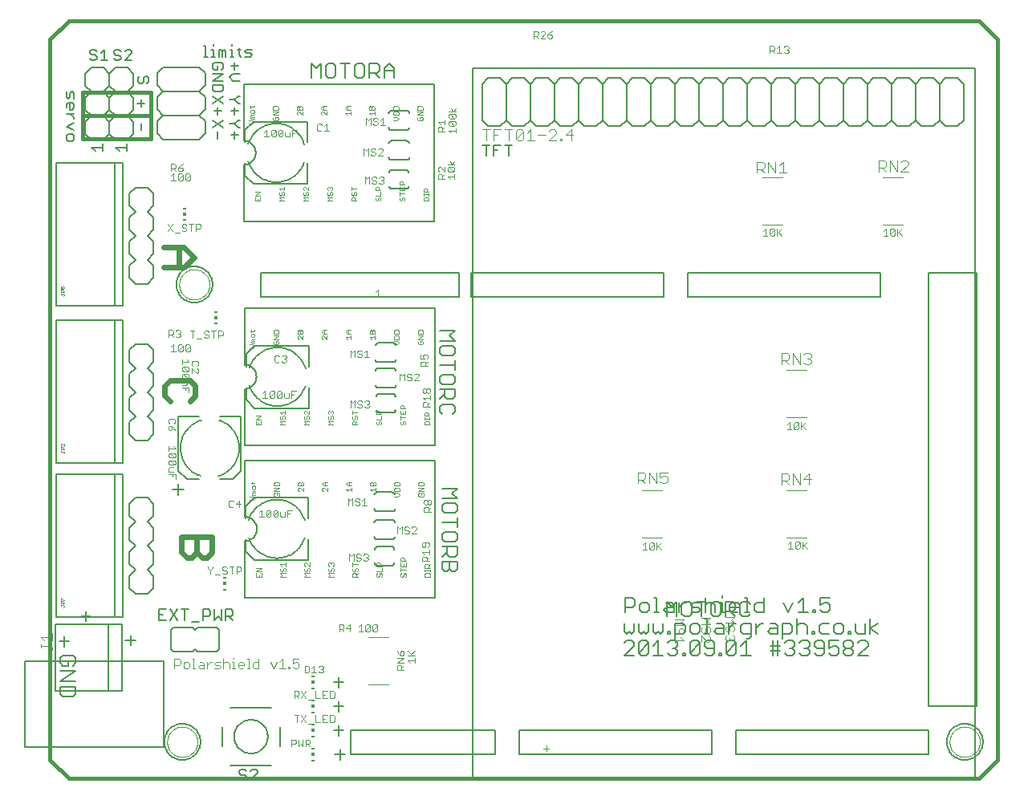
<source format=gto>
G75*
G70*
%OFA0B0*%
%FSLAX24Y24*%
%IPPOS*%
%LPD*%
%AMOC8*
5,1,8,0,0,1.08239X$1,22.5*
%
%ADD10C,0.0160*%
%ADD11C,0.0030*%
%ADD12C,0.0060*%
%ADD13C,0.0050*%
%ADD14C,0.0230*%
%ADD15C,0.0000*%
%ADD16R,0.0118X0.0059*%
%ADD17R,0.0118X0.0118*%
%ADD18C,0.0040*%
%ADD19C,0.0080*%
%ADD20C,0.0020*%
%ADD21C,0.0010*%
D10*
X003160Y001147D02*
X003947Y000359D01*
X041743Y000359D01*
X042530Y001147D01*
X042530Y031068D01*
X041743Y031855D01*
X003947Y031855D01*
X003160Y031068D01*
X003160Y001147D01*
X004516Y026936D02*
X004516Y027920D01*
X004516Y028865D01*
X007368Y028865D01*
X007368Y027920D01*
X007368Y026936D01*
X004516Y026936D01*
X004516Y027920D02*
X007368Y027920D01*
D11*
X008186Y025894D02*
X008331Y025894D01*
X008379Y025846D01*
X008379Y025749D01*
X008331Y025701D01*
X008186Y025701D01*
X008282Y025701D02*
X008379Y025604D01*
X008480Y025653D02*
X008480Y025749D01*
X008625Y025749D01*
X008674Y025701D01*
X008674Y025653D01*
X008625Y025604D01*
X008529Y025604D01*
X008480Y025653D01*
X008480Y025749D02*
X008577Y025846D01*
X008674Y025894D01*
X008631Y025494D02*
X008679Y025446D01*
X008486Y025253D01*
X008534Y025204D01*
X008631Y025204D01*
X008679Y025253D01*
X008679Y025446D01*
X008631Y025494D02*
X008534Y025494D01*
X008486Y025446D01*
X008486Y025253D01*
X008385Y025204D02*
X008191Y025204D01*
X008288Y025204D02*
X008288Y025494D01*
X008191Y025398D01*
X008186Y025604D02*
X008186Y025894D01*
X008780Y025446D02*
X008829Y025494D01*
X008925Y025494D01*
X008974Y025446D01*
X008780Y025253D01*
X008829Y025204D01*
X008925Y025204D01*
X008974Y025253D01*
X008974Y025446D01*
X008780Y025446D02*
X008780Y025253D01*
X008786Y023394D02*
X008689Y023394D01*
X008641Y023346D01*
X008641Y023298D01*
X008689Y023249D01*
X008786Y023249D01*
X008835Y023201D01*
X008835Y023153D01*
X008786Y023104D01*
X008689Y023104D01*
X008641Y023153D01*
X008540Y023056D02*
X008346Y023056D01*
X008245Y023104D02*
X008052Y023394D01*
X008245Y023394D02*
X008052Y023104D01*
X008786Y023394D02*
X008835Y023346D01*
X008936Y023394D02*
X009129Y023394D01*
X009032Y023394D02*
X009032Y023104D01*
X009230Y023104D02*
X009230Y023394D01*
X009375Y023394D01*
X009424Y023346D01*
X009424Y023249D01*
X009375Y023201D01*
X009230Y023201D01*
X012050Y027027D02*
X012244Y027027D01*
X012147Y027027D02*
X012147Y027318D01*
X012050Y027221D01*
X012345Y027269D02*
X012393Y027318D01*
X012490Y027318D01*
X012538Y027269D01*
X012345Y027076D01*
X012393Y027027D01*
X012490Y027027D01*
X012538Y027076D01*
X012538Y027269D01*
X012639Y027269D02*
X012688Y027318D01*
X012785Y027318D01*
X012833Y027269D01*
X012639Y027076D01*
X012688Y027027D01*
X012785Y027027D01*
X012833Y027076D01*
X012833Y027269D01*
X012934Y027221D02*
X012934Y027076D01*
X012982Y027027D01*
X013128Y027027D01*
X013128Y027221D01*
X013229Y027173D02*
X013326Y027173D01*
X013422Y027318D02*
X013229Y027318D01*
X013229Y027027D01*
X012639Y027076D02*
X012639Y027269D01*
X012345Y027269D02*
X012345Y027076D01*
X014270Y027323D02*
X014319Y027275D01*
X014415Y027275D01*
X014464Y027323D01*
X014565Y027275D02*
X014758Y027275D01*
X014662Y027275D02*
X014662Y027565D01*
X014565Y027469D01*
X014464Y027517D02*
X014415Y027565D01*
X014319Y027565D01*
X014270Y027517D01*
X014270Y027323D01*
X016290Y027516D02*
X016290Y027806D01*
X016386Y027709D01*
X016483Y027806D01*
X016483Y027516D01*
X016584Y027564D02*
X016633Y027516D01*
X016729Y027516D01*
X016778Y027564D01*
X016778Y027612D01*
X016729Y027661D01*
X016633Y027661D01*
X016584Y027709D01*
X016584Y027757D01*
X016633Y027806D01*
X016729Y027806D01*
X016778Y027757D01*
X016879Y027709D02*
X016976Y027806D01*
X016976Y027516D01*
X017072Y027516D02*
X016879Y027516D01*
X016924Y026540D02*
X016827Y026540D01*
X016779Y026492D01*
X016678Y026492D02*
X016629Y026540D01*
X016533Y026540D01*
X016484Y026492D01*
X016484Y026443D01*
X016533Y026395D01*
X016629Y026395D01*
X016678Y026347D01*
X016678Y026298D01*
X016629Y026250D01*
X016533Y026250D01*
X016484Y026298D01*
X016383Y026250D02*
X016383Y026540D01*
X016286Y026443D01*
X016190Y026540D01*
X016190Y026250D01*
X016779Y026250D02*
X016972Y026443D01*
X016972Y026492D01*
X016924Y026540D01*
X016972Y026250D02*
X016779Y026250D01*
X016877Y025364D02*
X016829Y025315D01*
X016877Y025364D02*
X016974Y025364D01*
X017022Y025315D01*
X017022Y025267D01*
X016974Y025219D01*
X017022Y025170D01*
X017022Y025122D01*
X016974Y025073D01*
X016877Y025073D01*
X016829Y025122D01*
X016728Y025122D02*
X016679Y025073D01*
X016583Y025073D01*
X016534Y025122D01*
X016583Y025219D02*
X016679Y025219D01*
X016728Y025170D01*
X016728Y025122D01*
X016583Y025219D02*
X016534Y025267D01*
X016534Y025315D01*
X016583Y025364D01*
X016679Y025364D01*
X016728Y025315D01*
X016926Y025219D02*
X016974Y025219D01*
X016433Y025364D02*
X016433Y025073D01*
X016240Y025073D02*
X016240Y025364D01*
X016336Y025267D01*
X016433Y025364D01*
X019275Y025430D02*
X019275Y025285D01*
X019565Y025285D01*
X019468Y025285D02*
X019468Y025430D01*
X019420Y025478D01*
X019323Y025478D01*
X019275Y025430D01*
X019323Y025580D02*
X019275Y025628D01*
X019275Y025725D01*
X019323Y025773D01*
X019372Y025773D01*
X019565Y025580D01*
X019565Y025773D01*
X019675Y025729D02*
X019723Y025777D01*
X019917Y025584D01*
X019965Y025632D01*
X019965Y025729D01*
X019917Y025777D01*
X019723Y025777D01*
X019675Y025729D02*
X019675Y025632D01*
X019723Y025584D01*
X019917Y025584D01*
X019965Y025483D02*
X019965Y025289D01*
X019965Y025386D02*
X019675Y025386D01*
X019772Y025289D01*
X019565Y025478D02*
X019468Y025382D01*
X019675Y025879D02*
X019965Y025879D01*
X019868Y025879D02*
X019965Y026024D01*
X019868Y025879D02*
X019772Y026024D01*
X019822Y027195D02*
X019725Y027291D01*
X020015Y027291D01*
X020015Y027195D02*
X020015Y027388D01*
X019967Y027489D02*
X019773Y027683D01*
X019967Y027683D01*
X020015Y027634D01*
X020015Y027538D01*
X019967Y027489D01*
X019773Y027489D01*
X019725Y027538D01*
X019725Y027634D01*
X019773Y027683D01*
X019773Y027784D02*
X019725Y027832D01*
X019725Y027929D01*
X019773Y027977D01*
X019967Y027784D01*
X020015Y027832D01*
X020015Y027929D01*
X019967Y027977D01*
X019773Y027977D01*
X019725Y028079D02*
X020015Y028079D01*
X019918Y028079D02*
X020015Y028224D01*
X019918Y028079D02*
X019822Y028224D01*
X019773Y027784D02*
X019967Y027784D01*
X019565Y027723D02*
X019565Y027530D01*
X019565Y027626D02*
X019275Y027626D01*
X019372Y027530D01*
X019420Y027428D02*
X019468Y027380D01*
X019468Y027235D01*
X019468Y027332D02*
X019565Y027428D01*
X019420Y027428D02*
X019323Y027428D01*
X019275Y027380D01*
X019275Y027235D01*
X019565Y027235D01*
X023245Y031121D02*
X023245Y031411D01*
X023391Y031411D01*
X023439Y031363D01*
X023439Y031266D01*
X023391Y031217D01*
X023245Y031217D01*
X023342Y031217D02*
X023439Y031121D01*
X023540Y031121D02*
X023734Y031314D01*
X023734Y031363D01*
X023685Y031411D01*
X023588Y031411D01*
X023540Y031363D01*
X023540Y031121D02*
X023734Y031121D01*
X023835Y031169D02*
X023883Y031121D01*
X023980Y031121D01*
X024028Y031169D01*
X024028Y031217D01*
X023980Y031266D01*
X023835Y031266D01*
X023835Y031169D01*
X023835Y031266D02*
X023932Y031363D01*
X024028Y031411D01*
X033056Y030792D02*
X033056Y030502D01*
X033056Y030599D02*
X033201Y030599D01*
X033250Y030647D01*
X033250Y030744D01*
X033201Y030792D01*
X033056Y030792D01*
X033153Y030599D02*
X033250Y030502D01*
X033351Y030502D02*
X033544Y030502D01*
X033448Y030502D02*
X033448Y030792D01*
X033351Y030696D01*
X033645Y030744D02*
X033694Y030792D01*
X033791Y030792D01*
X033839Y030744D01*
X033839Y030696D01*
X033791Y030647D01*
X033839Y030599D01*
X033839Y030551D01*
X033791Y030502D01*
X033694Y030502D01*
X033645Y030551D01*
X033742Y030647D02*
X033791Y030647D01*
X033558Y023214D02*
X033364Y023021D01*
X033413Y023069D02*
X033558Y022924D01*
X033364Y022924D02*
X033364Y023214D01*
X033263Y023166D02*
X033070Y022973D01*
X033118Y022924D01*
X033215Y022924D01*
X033263Y022973D01*
X033263Y023166D01*
X033215Y023214D01*
X033118Y023214D01*
X033070Y023166D01*
X033070Y022973D01*
X032968Y022924D02*
X032775Y022924D01*
X032872Y022924D02*
X032872Y023214D01*
X032775Y023118D01*
X037775Y023118D02*
X037872Y023214D01*
X037872Y022924D01*
X037968Y022924D02*
X037775Y022924D01*
X038070Y022973D02*
X038263Y023166D01*
X038263Y022973D01*
X038215Y022924D01*
X038118Y022924D01*
X038070Y022973D01*
X038070Y023166D01*
X038118Y023214D01*
X038215Y023214D01*
X038263Y023166D01*
X038364Y023214D02*
X038364Y022924D01*
X038364Y023021D02*
X038558Y023214D01*
X038413Y023069D02*
X038558Y022924D01*
X034558Y015164D02*
X034364Y014971D01*
X034413Y015019D02*
X034558Y014874D01*
X034364Y014874D02*
X034364Y015164D01*
X034263Y015116D02*
X034070Y014923D01*
X034118Y014874D01*
X034215Y014874D01*
X034263Y014923D01*
X034263Y015116D01*
X034215Y015164D01*
X034118Y015164D01*
X034070Y015116D01*
X034070Y014923D01*
X033968Y014874D02*
X033775Y014874D01*
X033872Y014874D02*
X033872Y015164D01*
X033775Y015068D01*
X033922Y010214D02*
X033922Y009924D01*
X034018Y009924D02*
X033825Y009924D01*
X033825Y010118D02*
X033922Y010214D01*
X034120Y010166D02*
X034168Y010214D01*
X034265Y010214D01*
X034313Y010166D01*
X034120Y009973D01*
X034168Y009924D01*
X034265Y009924D01*
X034313Y009973D01*
X034313Y010166D01*
X034414Y010214D02*
X034414Y009924D01*
X034414Y010021D02*
X034608Y010214D01*
X034463Y010069D02*
X034608Y009924D01*
X034120Y009973D02*
X034120Y010166D01*
X031587Y007080D02*
X031463Y006956D01*
X031587Y006833D01*
X031216Y006833D01*
X031278Y006711D02*
X031216Y006650D01*
X031216Y006526D01*
X031278Y006464D01*
X031340Y006464D01*
X031401Y006526D01*
X031401Y006650D01*
X031463Y006711D01*
X031525Y006711D01*
X031587Y006650D01*
X031587Y006526D01*
X031525Y006464D01*
X031525Y006343D02*
X031587Y006281D01*
X031587Y006158D01*
X031525Y006096D01*
X031463Y006096D01*
X031401Y006158D01*
X031340Y006096D01*
X031278Y006096D01*
X031216Y006158D01*
X031216Y006281D01*
X031278Y006343D01*
X031401Y006220D02*
X031401Y006158D01*
X030587Y006108D02*
X030587Y006231D01*
X030525Y006293D01*
X030525Y006414D02*
X030587Y006476D01*
X030587Y006600D01*
X030525Y006661D01*
X030463Y006661D01*
X030401Y006600D01*
X030401Y006476D01*
X030340Y006414D01*
X030278Y006414D01*
X030216Y006476D01*
X030216Y006600D01*
X030278Y006661D01*
X030216Y006783D02*
X030587Y006783D01*
X030463Y006906D01*
X030587Y007030D01*
X030216Y007030D01*
X029487Y006980D02*
X029363Y006856D01*
X029487Y006733D01*
X029116Y006733D01*
X029178Y006611D02*
X029116Y006550D01*
X029116Y006426D01*
X029178Y006364D01*
X029240Y006364D01*
X029301Y006426D01*
X029301Y006550D01*
X029363Y006611D01*
X029425Y006611D01*
X029487Y006550D01*
X029487Y006426D01*
X029425Y006364D01*
X029363Y006243D02*
X029487Y006120D01*
X029116Y006120D01*
X029116Y006243D02*
X029116Y005996D01*
X029116Y006980D02*
X029487Y006980D01*
X030216Y006293D02*
X030463Y006046D01*
X030525Y006046D01*
X030587Y006108D01*
X030216Y006046D02*
X030216Y006293D01*
X031216Y007080D02*
X031587Y007080D01*
X028558Y009874D02*
X028413Y010019D01*
X028364Y009971D02*
X028558Y010164D01*
X028364Y010164D02*
X028364Y009874D01*
X028263Y009923D02*
X028215Y009874D01*
X028118Y009874D01*
X028070Y009923D01*
X028263Y010116D01*
X028263Y009923D01*
X028263Y010116D02*
X028215Y010164D01*
X028118Y010164D01*
X028070Y010116D01*
X028070Y009923D01*
X027968Y009874D02*
X027775Y009874D01*
X027872Y009874D02*
X027872Y010164D01*
X027775Y010068D01*
X018912Y010030D02*
X018912Y010126D01*
X018863Y010175D01*
X018670Y010175D01*
X018621Y010126D01*
X018621Y010030D01*
X018670Y009981D01*
X018718Y009981D01*
X018767Y010030D01*
X018767Y010175D01*
X018912Y010030D02*
X018863Y009981D01*
X018912Y009880D02*
X018912Y009687D01*
X018912Y009783D02*
X018621Y009783D01*
X018718Y009687D01*
X018670Y009585D02*
X018767Y009585D01*
X018815Y009537D01*
X018815Y009392D01*
X018815Y009489D02*
X018912Y009585D01*
X018912Y009392D02*
X018621Y009392D01*
X018621Y009537D01*
X018670Y009585D01*
X018372Y010539D02*
X018178Y010539D01*
X018372Y010733D01*
X018372Y010781D01*
X018323Y010829D01*
X018226Y010829D01*
X018178Y010781D01*
X018077Y010781D02*
X018029Y010829D01*
X017932Y010829D01*
X017883Y010781D01*
X017883Y010733D01*
X017932Y010684D01*
X018029Y010684D01*
X018077Y010636D01*
X018077Y010588D01*
X018029Y010539D01*
X017932Y010539D01*
X017883Y010588D01*
X017782Y010539D02*
X017782Y010829D01*
X017686Y010733D01*
X017589Y010829D01*
X017589Y010539D01*
X018698Y011458D02*
X018698Y011603D01*
X018747Y011652D01*
X018843Y011652D01*
X018892Y011603D01*
X018892Y011458D01*
X018989Y011458D02*
X018698Y011458D01*
X018892Y011555D02*
X018989Y011652D01*
X018940Y011753D02*
X018892Y011753D01*
X018843Y011801D01*
X018843Y011898D01*
X018892Y011946D01*
X018940Y011946D01*
X018989Y011898D01*
X018989Y011801D01*
X018940Y011753D01*
X018843Y011801D02*
X018795Y011753D01*
X018747Y011753D01*
X018698Y011801D01*
X018698Y011898D01*
X018747Y011946D01*
X018795Y011946D01*
X018843Y011898D01*
X016322Y011716D02*
X016128Y011716D01*
X016225Y011716D02*
X016225Y012006D01*
X016128Y011909D01*
X016027Y011957D02*
X015979Y012006D01*
X015882Y012006D01*
X015833Y011957D01*
X015833Y011909D01*
X015882Y011861D01*
X015979Y011861D01*
X016027Y011812D01*
X016027Y011764D01*
X015979Y011716D01*
X015882Y011716D01*
X015833Y011764D01*
X015732Y011716D02*
X015732Y012006D01*
X015636Y011909D01*
X015539Y012006D01*
X015539Y011716D01*
X013220Y011524D02*
X013026Y011524D01*
X013026Y011234D01*
X012925Y011234D02*
X012925Y011427D01*
X013026Y011379D02*
X013123Y011379D01*
X012925Y011234D02*
X012780Y011234D01*
X012732Y011282D01*
X012732Y011427D01*
X012630Y011475D02*
X012437Y011282D01*
X012485Y011234D01*
X012582Y011234D01*
X012630Y011282D01*
X012630Y011475D01*
X012582Y011524D01*
X012485Y011524D01*
X012437Y011475D01*
X012437Y011282D01*
X012336Y011282D02*
X012336Y011475D01*
X012142Y011282D01*
X012191Y011234D01*
X012287Y011234D01*
X012336Y011282D01*
X012336Y011475D02*
X012287Y011524D01*
X012191Y011524D01*
X012142Y011475D01*
X012142Y011282D01*
X012041Y011234D02*
X011848Y011234D01*
X011944Y011234D02*
X011944Y011524D01*
X011848Y011427D01*
X011081Y011776D02*
X010887Y011776D01*
X011033Y011921D01*
X011033Y011631D01*
X010786Y011680D02*
X010738Y011631D01*
X010641Y011631D01*
X010593Y011680D01*
X010593Y011873D01*
X010641Y011921D01*
X010738Y011921D01*
X010786Y011873D01*
X008383Y012808D02*
X008383Y013002D01*
X008093Y013002D01*
X008093Y013103D02*
X008286Y013103D01*
X008238Y013002D02*
X008238Y012905D01*
X008093Y013103D02*
X008093Y013248D01*
X008141Y013296D01*
X008286Y013296D01*
X008334Y013398D02*
X008141Y013591D01*
X008093Y013543D01*
X008093Y013446D01*
X008141Y013398D01*
X008334Y013398D01*
X008383Y013446D01*
X008383Y013543D01*
X008334Y013591D01*
X008141Y013591D01*
X008141Y013692D02*
X008093Y013741D01*
X008093Y013837D01*
X008141Y013886D01*
X008334Y013692D01*
X008141Y013692D01*
X008334Y013692D02*
X008383Y013741D01*
X008383Y013837D01*
X008334Y013886D01*
X008141Y013886D01*
X008093Y013987D02*
X008093Y014180D01*
X008093Y014084D02*
X008383Y014084D01*
X008286Y014180D01*
X008368Y014828D02*
X008319Y014925D01*
X008223Y015022D01*
X008223Y014877D01*
X008174Y014828D01*
X008126Y014828D01*
X008077Y014877D01*
X008077Y014973D01*
X008126Y015022D01*
X008223Y015022D01*
X008319Y015123D02*
X008368Y015171D01*
X008368Y015268D01*
X008319Y015316D01*
X008126Y015316D01*
X008077Y015268D01*
X008077Y015171D01*
X008126Y015123D01*
X008935Y016403D02*
X008935Y016596D01*
X008644Y016596D01*
X008644Y016697D02*
X008789Y016697D01*
X008838Y016746D01*
X008838Y016891D01*
X008644Y016891D01*
X008693Y016992D02*
X008644Y017040D01*
X008644Y017137D01*
X008693Y017185D01*
X008886Y016992D01*
X008693Y016992D01*
X008886Y016992D02*
X008935Y017040D01*
X008935Y017137D01*
X008886Y017185D01*
X008693Y017185D01*
X008693Y017287D02*
X008644Y017335D01*
X008644Y017432D01*
X008693Y017480D01*
X008886Y017287D01*
X008693Y017287D01*
X008693Y017480D02*
X008886Y017480D01*
X008935Y017432D01*
X008935Y017335D01*
X008886Y017287D01*
X009044Y017212D02*
X009044Y017405D01*
X009238Y017212D01*
X009286Y017212D01*
X009335Y017260D01*
X009335Y017357D01*
X009286Y017405D01*
X009286Y017506D02*
X009335Y017555D01*
X009335Y017651D01*
X009286Y017700D01*
X009093Y017700D01*
X009044Y017651D01*
X009044Y017555D01*
X009093Y017506D01*
X008935Y017678D02*
X008644Y017678D01*
X008644Y017775D02*
X008644Y017581D01*
X008838Y017775D02*
X008935Y017678D01*
X008925Y018104D02*
X008829Y018104D01*
X008780Y018153D01*
X008974Y018346D01*
X008974Y018153D01*
X008925Y018104D01*
X008780Y018153D02*
X008780Y018346D01*
X008829Y018394D01*
X008925Y018394D01*
X008974Y018346D01*
X008679Y018346D02*
X008486Y018153D01*
X008534Y018104D01*
X008631Y018104D01*
X008679Y018153D01*
X008679Y018346D01*
X008631Y018394D01*
X008534Y018394D01*
X008486Y018346D01*
X008486Y018153D01*
X008385Y018104D02*
X008191Y018104D01*
X008288Y018104D02*
X008288Y018394D01*
X008191Y018298D01*
X008279Y018704D02*
X008182Y018801D01*
X008231Y018801D02*
X008086Y018801D01*
X008086Y018704D02*
X008086Y018994D01*
X008231Y018994D01*
X008279Y018946D01*
X008279Y018849D01*
X008231Y018801D01*
X008380Y018753D02*
X008429Y018704D01*
X008525Y018704D01*
X008574Y018753D01*
X008574Y018801D01*
X008525Y018849D01*
X008477Y018849D01*
X008525Y018849D02*
X008574Y018898D01*
X008574Y018946D01*
X008525Y018994D01*
X008429Y018994D01*
X008380Y018946D01*
X008975Y018964D02*
X009168Y018964D01*
X009072Y018964D02*
X009072Y018674D01*
X009270Y018626D02*
X009463Y018626D01*
X009564Y018723D02*
X009613Y018674D01*
X009709Y018674D01*
X009758Y018723D01*
X009758Y018771D01*
X009709Y018819D01*
X009613Y018819D01*
X009564Y018868D01*
X009564Y018916D01*
X009613Y018964D01*
X009709Y018964D01*
X009758Y018916D01*
X009859Y018964D02*
X010052Y018964D01*
X009956Y018964D02*
X009956Y018674D01*
X010154Y018674D02*
X010154Y018964D01*
X010299Y018964D01*
X010347Y018916D01*
X010347Y018819D01*
X010299Y018771D01*
X010154Y018771D01*
X012490Y017892D02*
X012490Y017699D01*
X012538Y017650D01*
X012635Y017650D01*
X012683Y017699D01*
X012785Y017699D02*
X012833Y017650D01*
X012930Y017650D01*
X012978Y017699D01*
X012978Y017747D01*
X012930Y017795D01*
X012881Y017795D01*
X012930Y017795D02*
X012978Y017844D01*
X012978Y017892D01*
X012930Y017940D01*
X012833Y017940D01*
X012785Y017892D01*
X012683Y017892D02*
X012635Y017940D01*
X012538Y017940D01*
X012490Y017892D01*
X012440Y016465D02*
X012343Y016465D01*
X012294Y016416D01*
X012294Y016223D01*
X012488Y016416D01*
X012488Y016223D01*
X012440Y016174D01*
X012343Y016174D01*
X012294Y016223D01*
X012193Y016174D02*
X012000Y016174D01*
X012097Y016174D02*
X012097Y016465D01*
X012000Y016368D01*
X012440Y016465D02*
X012488Y016416D01*
X012589Y016416D02*
X012637Y016465D01*
X012734Y016465D01*
X012783Y016416D01*
X012589Y016223D01*
X012637Y016174D01*
X012734Y016174D01*
X012783Y016223D01*
X012783Y016416D01*
X012884Y016368D02*
X012884Y016223D01*
X012932Y016174D01*
X013077Y016174D01*
X013077Y016368D01*
X013178Y016319D02*
X013275Y016319D01*
X013178Y016174D02*
X013178Y016465D01*
X013372Y016465D01*
X012589Y016416D02*
X012589Y016223D01*
X015640Y016064D02*
X015640Y015773D01*
X015833Y015773D02*
X015833Y016064D01*
X015736Y015967D01*
X015640Y016064D01*
X015934Y016015D02*
X015934Y015967D01*
X015983Y015919D01*
X016079Y015919D01*
X016128Y015870D01*
X016128Y015822D01*
X016079Y015773D01*
X015983Y015773D01*
X015934Y015822D01*
X015934Y016015D02*
X015983Y016064D01*
X016079Y016064D01*
X016128Y016015D01*
X016229Y016015D02*
X016277Y016064D01*
X016374Y016064D01*
X016422Y016015D01*
X016422Y015967D01*
X016374Y015919D01*
X016422Y015870D01*
X016422Y015822D01*
X016374Y015773D01*
X016277Y015773D01*
X016229Y015822D01*
X016326Y015919D02*
X016374Y015919D01*
X017690Y016900D02*
X017690Y017190D01*
X017786Y017093D01*
X017883Y017190D01*
X017883Y016900D01*
X017984Y016948D02*
X018033Y016900D01*
X018129Y016900D01*
X018178Y016948D01*
X018178Y016997D01*
X018129Y017045D01*
X018033Y017045D01*
X017984Y017093D01*
X017984Y017142D01*
X018033Y017190D01*
X018129Y017190D01*
X018178Y017142D01*
X018279Y017142D02*
X018327Y017190D01*
X018424Y017190D01*
X018472Y017142D01*
X018472Y017093D01*
X018279Y016900D01*
X018472Y016900D01*
X018703Y016582D02*
X018752Y016582D01*
X018800Y016534D01*
X018800Y016437D01*
X018752Y016388D01*
X018703Y016388D01*
X018655Y016437D01*
X018655Y016534D01*
X018703Y016582D01*
X018800Y016534D02*
X018848Y016582D01*
X018897Y016582D01*
X018945Y016534D01*
X018945Y016437D01*
X018897Y016388D01*
X018848Y016388D01*
X018800Y016437D01*
X018945Y016287D02*
X018945Y016094D01*
X018945Y016191D02*
X018655Y016191D01*
X018752Y016094D01*
X018800Y015993D02*
X018848Y015944D01*
X018848Y015799D01*
X018848Y015896D02*
X018945Y015993D01*
X018800Y015993D02*
X018703Y015993D01*
X018655Y015944D01*
X018655Y015799D01*
X018945Y015799D01*
X018857Y017497D02*
X018567Y017497D01*
X018567Y017642D01*
X018616Y017691D01*
X018712Y017691D01*
X018761Y017642D01*
X018761Y017497D01*
X018761Y017594D02*
X018857Y017691D01*
X018809Y017792D02*
X018857Y017840D01*
X018857Y017937D01*
X018809Y017985D01*
X018712Y017985D01*
X018664Y017937D01*
X018664Y017889D01*
X018712Y017792D01*
X018567Y017792D01*
X018567Y017985D01*
X016422Y017866D02*
X016229Y017866D01*
X016326Y017866D02*
X016326Y018156D01*
X016229Y018059D01*
X016128Y018107D02*
X016079Y018156D01*
X015983Y018156D01*
X015934Y018107D01*
X015934Y018059D01*
X015983Y018011D01*
X016079Y018011D01*
X016128Y017962D01*
X016128Y017914D01*
X016079Y017866D01*
X015983Y017866D01*
X015934Y017914D01*
X015833Y017866D02*
X015833Y018156D01*
X015736Y018059D01*
X015640Y018156D01*
X015640Y017866D01*
X016675Y020374D02*
X016868Y020374D01*
X016772Y020374D02*
X016772Y020664D01*
X016675Y020568D01*
X008789Y016596D02*
X008789Y016499D01*
X015589Y009703D02*
X015686Y009606D01*
X015782Y009703D01*
X015782Y009413D01*
X015883Y009461D02*
X015932Y009413D01*
X016029Y009413D01*
X016077Y009461D01*
X016077Y009510D01*
X016029Y009558D01*
X015932Y009558D01*
X015883Y009606D01*
X015883Y009655D01*
X015932Y009703D01*
X016029Y009703D01*
X016077Y009655D01*
X016178Y009655D02*
X016226Y009703D01*
X016323Y009703D01*
X016372Y009655D01*
X016372Y009606D01*
X016323Y009558D01*
X016372Y009510D01*
X016372Y009461D01*
X016323Y009413D01*
X016226Y009413D01*
X016178Y009461D01*
X016275Y009558D02*
X016323Y009558D01*
X015589Y009413D02*
X015589Y009703D01*
X015615Y006764D02*
X015470Y006619D01*
X015663Y006619D01*
X015615Y006474D02*
X015615Y006764D01*
X015368Y006716D02*
X015368Y006619D01*
X015320Y006571D01*
X015175Y006571D01*
X015272Y006571D02*
X015368Y006474D01*
X015175Y006474D02*
X015175Y006764D01*
X015320Y006764D01*
X015368Y006716D01*
X015975Y006668D02*
X016072Y006764D01*
X016072Y006474D01*
X016168Y006474D02*
X015975Y006474D01*
X016270Y006523D02*
X016318Y006474D01*
X016415Y006474D01*
X016463Y006523D01*
X016463Y006716D01*
X016270Y006523D01*
X016270Y006716D01*
X016318Y006764D01*
X016415Y006764D01*
X016463Y006716D01*
X016564Y006716D02*
X016613Y006764D01*
X016709Y006764D01*
X016758Y006716D01*
X016564Y006523D01*
X016613Y006474D01*
X016709Y006474D01*
X016758Y006523D01*
X016758Y006716D01*
X016564Y006716D02*
X016564Y006523D01*
X017575Y005673D02*
X017623Y005576D01*
X017720Y005480D01*
X017720Y005625D01*
X017768Y005673D01*
X017817Y005673D01*
X017865Y005625D01*
X017865Y005528D01*
X017817Y005480D01*
X017720Y005480D01*
X017865Y005378D02*
X017575Y005378D01*
X017575Y005185D02*
X017865Y005378D01*
X018025Y005282D02*
X018315Y005282D01*
X018315Y005378D02*
X018315Y005185D01*
X018122Y005185D02*
X018025Y005282D01*
X017865Y005185D02*
X017575Y005185D01*
X017623Y005084D02*
X017720Y005084D01*
X017768Y005035D01*
X017768Y004890D01*
X017768Y004987D02*
X017865Y005084D01*
X017865Y004890D02*
X017575Y004890D01*
X017575Y005035D01*
X017623Y005084D01*
X018025Y005480D02*
X018315Y005480D01*
X018218Y005480D02*
X018025Y005673D01*
X018170Y005528D02*
X018315Y005673D01*
X014974Y003946D02*
X014974Y003753D01*
X014925Y003704D01*
X014780Y003704D01*
X014780Y003994D01*
X014925Y003994D01*
X014974Y003946D01*
X014679Y003994D02*
X014486Y003994D01*
X014486Y003704D01*
X014679Y003704D01*
X014582Y003849D02*
X014486Y003849D01*
X014385Y003704D02*
X014191Y003704D01*
X014191Y003994D01*
X014090Y003656D02*
X013896Y003656D01*
X013795Y003704D02*
X013602Y003994D01*
X013501Y003946D02*
X013501Y003849D01*
X013452Y003801D01*
X013307Y003801D01*
X013307Y003704D02*
X013307Y003994D01*
X013452Y003994D01*
X013501Y003946D01*
X013404Y003801D02*
X013501Y003704D01*
X013602Y003704D02*
X013795Y003994D01*
X013795Y002994D02*
X013602Y002704D01*
X013795Y002704D02*
X013602Y002994D01*
X013501Y002994D02*
X013307Y002994D01*
X013404Y002994D02*
X013404Y002704D01*
X013896Y002656D02*
X014090Y002656D01*
X014191Y002704D02*
X014191Y002994D01*
X014191Y002704D02*
X014385Y002704D01*
X014486Y002704D02*
X014679Y002704D01*
X014780Y002704D02*
X014925Y002704D01*
X014974Y002753D01*
X014974Y002946D01*
X014925Y002994D01*
X014780Y002994D01*
X014780Y002704D01*
X014582Y002849D02*
X014486Y002849D01*
X014486Y002994D02*
X014486Y002704D01*
X014486Y002994D02*
X014679Y002994D01*
X013916Y001986D02*
X013964Y001938D01*
X013964Y001841D01*
X013916Y001793D01*
X013771Y001793D01*
X013867Y001793D02*
X013964Y001696D01*
X013771Y001696D02*
X013771Y001986D01*
X013916Y001986D01*
X013669Y001986D02*
X013669Y001696D01*
X013573Y001793D01*
X013476Y001696D01*
X013476Y001986D01*
X013375Y001938D02*
X013326Y001986D01*
X013181Y001986D01*
X013181Y001696D01*
X013181Y001793D02*
X013326Y001793D01*
X013375Y001841D01*
X013375Y001938D01*
X013432Y004956D02*
X013308Y004956D01*
X013246Y005017D01*
X013124Y005017D02*
X013124Y004956D01*
X013062Y004956D01*
X013062Y005017D01*
X013124Y005017D01*
X013246Y005141D02*
X013370Y005203D01*
X013432Y005203D01*
X013493Y005141D01*
X013493Y005017D01*
X013432Y004956D01*
X013246Y005141D02*
X013246Y005326D01*
X013493Y005326D01*
X012941Y004956D02*
X012694Y004956D01*
X012817Y004956D02*
X012817Y005326D01*
X012694Y005203D01*
X012573Y005203D02*
X012449Y004956D01*
X012326Y005203D01*
X011836Y005203D02*
X011651Y005203D01*
X011589Y005141D01*
X011589Y005017D01*
X011651Y004956D01*
X011836Y004956D01*
X011836Y005326D01*
X011405Y005326D02*
X011405Y004956D01*
X011344Y004956D02*
X011467Y004956D01*
X011222Y005079D02*
X010975Y005079D01*
X010975Y005017D02*
X010975Y005141D01*
X011037Y005203D01*
X011160Y005203D01*
X011222Y005141D01*
X011222Y005079D01*
X011160Y004956D02*
X011037Y004956D01*
X010975Y005017D01*
X010853Y004956D02*
X010730Y004956D01*
X010791Y004956D02*
X010791Y005203D01*
X010730Y005203D01*
X010608Y005141D02*
X010608Y004956D01*
X010608Y005141D02*
X010547Y005203D01*
X010423Y005203D01*
X010361Y005141D01*
X010240Y005203D02*
X010055Y005203D01*
X009993Y005141D01*
X010055Y005079D01*
X010178Y005079D01*
X010240Y005017D01*
X010178Y004956D01*
X009993Y004956D01*
X009871Y005203D02*
X009810Y005203D01*
X009686Y005079D01*
X009565Y005079D02*
X009380Y005079D01*
X009318Y005017D01*
X009380Y004956D01*
X009565Y004956D01*
X009565Y005141D01*
X009503Y005203D01*
X009380Y005203D01*
X009134Y005326D02*
X009134Y004956D01*
X009072Y004956D02*
X009196Y004956D01*
X008951Y005017D02*
X008951Y005141D01*
X008889Y005203D01*
X008766Y005203D01*
X008704Y005141D01*
X008704Y005017D01*
X008766Y004956D01*
X008889Y004956D01*
X008951Y005017D01*
X009072Y005326D02*
X009134Y005326D01*
X008583Y005264D02*
X008583Y005141D01*
X008521Y005079D01*
X008336Y005079D01*
X008336Y004956D02*
X008336Y005326D01*
X008521Y005326D01*
X008583Y005264D01*
X009686Y005203D02*
X009686Y004956D01*
X010361Y004956D02*
X010361Y005326D01*
X010791Y005326D02*
X010791Y005388D01*
X011344Y005326D02*
X011405Y005326D01*
X010904Y008874D02*
X010904Y009164D01*
X011049Y009164D01*
X011097Y009116D01*
X011097Y009019D01*
X011049Y008971D01*
X010904Y008971D01*
X010802Y009164D02*
X010609Y009164D01*
X010706Y009164D02*
X010706Y008874D01*
X010508Y008923D02*
X010459Y008874D01*
X010363Y008874D01*
X010314Y008923D01*
X010363Y009019D02*
X010459Y009019D01*
X010508Y008971D01*
X010508Y008923D01*
X010363Y009019D02*
X010314Y009068D01*
X010314Y009116D01*
X010363Y009164D01*
X010459Y009164D01*
X010508Y009116D01*
X010213Y008826D02*
X010020Y008826D01*
X009822Y008874D02*
X009822Y009019D01*
X009918Y009116D01*
X009918Y009164D01*
X009822Y009019D02*
X009725Y009116D01*
X009725Y009164D01*
X023649Y001623D02*
X023896Y001623D01*
X023772Y001746D02*
X023772Y001499D01*
D12*
X015417Y001359D02*
X014990Y001359D01*
X015204Y001146D02*
X015204Y001573D01*
X015154Y002146D02*
X015154Y002573D01*
X015367Y002359D02*
X014940Y002359D01*
X015154Y003146D02*
X015154Y003573D01*
X015367Y003359D02*
X014940Y003359D01*
X015154Y004146D02*
X015154Y004573D01*
X015367Y004359D02*
X014940Y004359D01*
X010181Y005749D02*
X010181Y006549D01*
X010081Y006649D01*
X009281Y006649D01*
X009181Y006549D01*
X009081Y006649D01*
X008281Y006649D01*
X008181Y006549D01*
X008181Y005749D01*
X008281Y005649D01*
X009081Y005649D01*
X009181Y005749D01*
X009281Y005649D01*
X010081Y005649D01*
X010181Y005749D01*
X011257Y007887D02*
X019157Y007887D01*
X019157Y013587D01*
X011257Y013587D01*
X011257Y011237D01*
X011301Y011235D01*
X011344Y011229D01*
X011386Y011220D01*
X011428Y011207D01*
X011468Y011190D01*
X011507Y011170D01*
X011544Y011147D01*
X011578Y011120D01*
X011611Y011091D01*
X011640Y011058D01*
X011667Y011024D01*
X011690Y010987D01*
X011710Y010948D01*
X011727Y010908D01*
X011740Y010866D01*
X011749Y010824D01*
X011755Y010781D01*
X011757Y010737D01*
X011755Y010693D01*
X011749Y010650D01*
X011740Y010608D01*
X011727Y010566D01*
X011710Y010526D01*
X011690Y010487D01*
X011667Y010450D01*
X011640Y010416D01*
X011611Y010383D01*
X011578Y010354D01*
X011544Y010327D01*
X011507Y010304D01*
X011468Y010284D01*
X011428Y010267D01*
X011386Y010254D01*
X011344Y010245D01*
X011301Y010239D01*
X011257Y010237D01*
X011257Y007887D01*
X006717Y006109D02*
X006290Y006109D01*
X006504Y005896D02*
X006504Y006323D01*
X004867Y007109D02*
X004440Y007109D01*
X004654Y006896D02*
X004654Y007323D01*
X003754Y006273D02*
X003754Y005846D01*
X003540Y006059D02*
X003967Y006059D01*
X004124Y005479D02*
X003697Y005479D01*
X003590Y005372D01*
X003590Y005159D01*
X003697Y005052D01*
X003910Y005052D01*
X003910Y005266D01*
X004124Y005479D02*
X004231Y005372D01*
X004231Y005159D01*
X004124Y005052D01*
X004231Y004835D02*
X003590Y004835D01*
X003590Y004408D02*
X004231Y004408D01*
X004231Y004190D02*
X003590Y004190D01*
X003590Y003870D01*
X003697Y003763D01*
X004124Y003763D01*
X004231Y003870D01*
X004231Y004190D01*
X004231Y004835D02*
X003590Y004408D01*
X008486Y012128D02*
X008486Y012595D01*
X008252Y012361D02*
X008720Y012361D01*
X011238Y014206D02*
X019138Y014206D01*
X019138Y019906D01*
X011238Y019906D01*
X011238Y017556D01*
X011282Y017554D01*
X011325Y017548D01*
X011367Y017539D01*
X011409Y017526D01*
X011449Y017509D01*
X011488Y017489D01*
X011525Y017466D01*
X011559Y017439D01*
X011592Y017410D01*
X011621Y017377D01*
X011648Y017343D01*
X011671Y017306D01*
X011691Y017267D01*
X011708Y017227D01*
X011721Y017185D01*
X011730Y017143D01*
X011736Y017100D01*
X011738Y017056D01*
X011736Y017012D01*
X011730Y016969D01*
X011721Y016927D01*
X011708Y016885D01*
X011691Y016845D01*
X011671Y016806D01*
X011648Y016769D01*
X011621Y016735D01*
X011592Y016702D01*
X011559Y016673D01*
X011525Y016646D01*
X011488Y016623D01*
X011449Y016603D01*
X011409Y016586D01*
X011367Y016573D01*
X011325Y016564D01*
X011282Y016558D01*
X011238Y016556D01*
X011238Y014206D01*
X011210Y023509D02*
X019110Y023509D01*
X019110Y029209D01*
X011210Y029209D01*
X011210Y026859D01*
X010972Y027100D02*
X010679Y027100D01*
X010826Y027246D02*
X010826Y026953D01*
X011210Y026859D02*
X011254Y026857D01*
X011297Y026851D01*
X011339Y026842D01*
X011381Y026829D01*
X011421Y026812D01*
X011460Y026792D01*
X011497Y026769D01*
X011531Y026742D01*
X011564Y026713D01*
X011593Y026680D01*
X011620Y026646D01*
X011643Y026609D01*
X011663Y026570D01*
X011680Y026530D01*
X011693Y026488D01*
X011702Y026446D01*
X011708Y026403D01*
X011710Y026359D01*
X011708Y026315D01*
X011702Y026272D01*
X011693Y026230D01*
X011680Y026188D01*
X011663Y026148D01*
X011643Y026109D01*
X011620Y026072D01*
X011593Y026038D01*
X011564Y026005D01*
X011531Y025976D01*
X011497Y025949D01*
X011460Y025926D01*
X011421Y025906D01*
X011381Y025889D01*
X011339Y025876D01*
X011297Y025867D01*
X011254Y025861D01*
X011210Y025859D01*
X011210Y023509D01*
X010126Y026953D02*
X010126Y027246D01*
X010346Y027413D02*
X009905Y027707D01*
X009905Y027413D02*
X010346Y027707D01*
X010605Y027560D02*
X010826Y027560D01*
X010972Y027413D01*
X011046Y027413D01*
X010826Y027560D02*
X010972Y027707D01*
X011046Y027707D01*
X010826Y027953D02*
X010826Y028246D01*
X010972Y028100D02*
X010679Y028100D01*
X010272Y028100D02*
X009979Y028100D01*
X010126Y028246D02*
X010126Y027953D01*
X009610Y028159D02*
X009360Y027909D01*
X009610Y027659D01*
X009610Y027159D01*
X009360Y026909D01*
X007860Y026909D01*
X007610Y027159D01*
X007610Y027659D01*
X007860Y027909D01*
X009360Y027909D01*
X009610Y028159D02*
X009610Y028659D01*
X009360Y028909D01*
X007860Y028909D01*
X007610Y028659D01*
X007610Y028159D01*
X007860Y027909D01*
X007096Y028412D02*
X006802Y028412D01*
X006949Y028559D02*
X006949Y028266D01*
X006626Y028156D02*
X006376Y027906D01*
X006626Y027656D01*
X006626Y027156D01*
X006376Y026906D01*
X005876Y026906D01*
X005626Y027156D01*
X005626Y027656D01*
X005876Y027906D01*
X005626Y028156D01*
X005626Y028656D01*
X005876Y028906D01*
X005626Y029156D01*
X005626Y029656D01*
X005876Y029906D01*
X006376Y029906D01*
X006626Y029656D01*
X006626Y029156D01*
X006376Y028906D01*
X006626Y028656D01*
X006626Y028156D01*
X006949Y027585D02*
X006949Y027292D01*
X005626Y027156D02*
X005376Y026906D01*
X004876Y026906D01*
X004626Y027156D01*
X004626Y027656D01*
X004876Y027906D01*
X004626Y028156D01*
X004626Y028656D01*
X004876Y028906D01*
X004626Y029156D01*
X004626Y029656D01*
X004876Y029906D01*
X005376Y029906D01*
X005626Y029656D01*
X005626Y029156D01*
X005376Y028906D01*
X005626Y028656D01*
X005626Y028156D01*
X005376Y027906D01*
X005626Y027656D01*
X005626Y027156D01*
X004149Y027069D02*
X004149Y026922D01*
X004076Y026848D01*
X003929Y026848D01*
X003855Y026922D01*
X003855Y027069D01*
X003929Y027142D01*
X004076Y027142D01*
X004149Y027069D01*
X004149Y027309D02*
X003855Y027456D01*
X004149Y027602D01*
X004149Y027766D02*
X004149Y027839D01*
X004002Y027986D01*
X003855Y027986D02*
X004149Y027986D01*
X004076Y028153D02*
X004002Y028153D01*
X004002Y028446D01*
X003929Y028446D02*
X004076Y028446D01*
X004149Y028373D01*
X004149Y028226D01*
X004076Y028153D01*
X003855Y028226D02*
X003855Y028373D01*
X003929Y028446D01*
X003929Y028613D02*
X004002Y028687D01*
X004002Y028833D01*
X004076Y028907D01*
X004149Y028833D01*
X004149Y028613D01*
X003929Y028613D02*
X003855Y028687D01*
X003855Y028907D01*
X004886Y030210D02*
X004812Y030283D01*
X004886Y030210D02*
X005033Y030210D01*
X005106Y030283D01*
X005106Y030356D01*
X005033Y030430D01*
X004886Y030430D01*
X004812Y030503D01*
X004812Y030577D01*
X004886Y030650D01*
X005033Y030650D01*
X005106Y030577D01*
X005273Y030503D02*
X005420Y030650D01*
X005420Y030210D01*
X005566Y030210D02*
X005273Y030210D01*
X005812Y030278D02*
X005886Y030205D01*
X006033Y030205D01*
X006106Y030278D01*
X006106Y030351D01*
X006033Y030425D01*
X005886Y030425D01*
X005812Y030498D01*
X005812Y030572D01*
X005886Y030645D01*
X006033Y030645D01*
X006106Y030572D01*
X006273Y030572D02*
X006346Y030645D01*
X006493Y030645D01*
X006566Y030572D01*
X006566Y030498D01*
X006273Y030205D01*
X006566Y030205D01*
X006902Y029543D02*
X006829Y029470D01*
X006829Y029323D01*
X006902Y029250D01*
X006976Y029250D01*
X007049Y029323D01*
X007049Y029470D01*
X007123Y029543D01*
X007196Y029543D01*
X007269Y029470D01*
X007269Y029323D01*
X007196Y029250D01*
X007610Y029159D02*
X007860Y028909D01*
X007610Y029159D02*
X007610Y029659D01*
X007860Y029909D01*
X009360Y029909D01*
X009610Y029659D01*
X009610Y029159D01*
X009360Y028909D01*
X009905Y028966D02*
X009979Y028892D01*
X010272Y028892D01*
X010346Y028966D01*
X010346Y029186D01*
X009905Y029186D01*
X009905Y028966D01*
X009905Y028707D02*
X010346Y028413D01*
X010346Y028707D02*
X009905Y028413D01*
X010605Y028560D02*
X010826Y028560D01*
X010972Y028413D01*
X011046Y028413D01*
X010826Y028560D02*
X010972Y028707D01*
X011046Y028707D01*
X011046Y029353D02*
X010752Y029353D01*
X010605Y029500D01*
X010752Y029646D01*
X011046Y029646D01*
X010826Y029813D02*
X010826Y030107D01*
X010972Y029960D02*
X010679Y029960D01*
X010346Y029887D02*
X010346Y030033D01*
X010272Y030107D01*
X009979Y030107D01*
X009905Y030033D01*
X009905Y029887D01*
X009979Y029813D01*
X010126Y029813D01*
X010126Y029960D01*
X010272Y029813D02*
X010346Y029887D01*
X010346Y029646D02*
X009905Y029353D01*
X010346Y029353D01*
X010346Y029646D02*
X009905Y029646D01*
X009869Y030355D02*
X010016Y030355D01*
X009943Y030355D02*
X009943Y030648D01*
X009869Y030648D01*
X009943Y030795D02*
X009943Y030868D01*
X009636Y030795D02*
X009636Y030355D01*
X009709Y030355D02*
X009562Y030355D01*
X009562Y030795D02*
X009636Y030795D01*
X010176Y030648D02*
X010176Y030355D01*
X010323Y030355D02*
X010323Y030575D01*
X010396Y030648D01*
X010470Y030575D01*
X010470Y030355D01*
X010637Y030355D02*
X010783Y030355D01*
X010710Y030355D02*
X010710Y030648D01*
X010637Y030648D01*
X010710Y030795D02*
X010710Y030868D01*
X010944Y030648D02*
X011090Y030648D01*
X011017Y030722D02*
X011017Y030428D01*
X011090Y030355D01*
X011251Y030355D02*
X011471Y030355D01*
X011544Y030428D01*
X011471Y030501D01*
X011324Y030501D01*
X011251Y030575D01*
X011324Y030648D01*
X011544Y030648D01*
X010323Y030575D02*
X010250Y030648D01*
X010176Y030648D01*
X021117Y029223D02*
X021117Y027723D01*
X021367Y027473D01*
X021867Y027473D01*
X022117Y027723D01*
X022117Y029223D01*
X021867Y029473D01*
X021367Y029473D01*
X021117Y029223D01*
X022117Y029223D02*
X022367Y029473D01*
X022867Y029473D01*
X023117Y029223D01*
X023117Y027723D01*
X022867Y027473D01*
X022367Y027473D01*
X022117Y027723D01*
X023117Y027723D02*
X023367Y027473D01*
X023867Y027473D01*
X024117Y027723D01*
X024117Y029223D01*
X024367Y029473D01*
X024867Y029473D01*
X025117Y029223D01*
X025117Y027723D01*
X024867Y027473D01*
X024367Y027473D01*
X024117Y027723D01*
X025117Y027723D02*
X025367Y027473D01*
X025867Y027473D01*
X026117Y027723D01*
X026117Y029223D01*
X026367Y029473D01*
X026867Y029473D01*
X027117Y029223D01*
X027117Y027723D01*
X026867Y027473D01*
X026367Y027473D01*
X026117Y027723D01*
X027117Y027723D02*
X027367Y027473D01*
X027867Y027473D01*
X028117Y027723D01*
X028117Y029223D01*
X028367Y029473D01*
X028867Y029473D01*
X029117Y029223D01*
X029117Y027723D01*
X028867Y027473D01*
X028367Y027473D01*
X028117Y027723D01*
X029117Y027723D02*
X029367Y027473D01*
X029867Y027473D01*
X030117Y027723D01*
X030117Y029223D01*
X030367Y029473D01*
X030867Y029473D01*
X031117Y029223D01*
X031117Y027723D01*
X030867Y027473D01*
X030367Y027473D01*
X030117Y027723D01*
X031117Y027723D02*
X031367Y027473D01*
X031867Y027473D01*
X032117Y027723D01*
X032117Y029223D01*
X032367Y029473D01*
X032867Y029473D01*
X033117Y029223D01*
X033117Y027723D01*
X032867Y027473D01*
X032367Y027473D01*
X032117Y027723D01*
X033117Y027723D02*
X033367Y027473D01*
X033867Y027473D01*
X034117Y027723D01*
X034117Y029223D01*
X034367Y029473D01*
X034867Y029473D01*
X035117Y029223D01*
X035117Y027723D01*
X034867Y027473D01*
X034367Y027473D01*
X034117Y027723D01*
X035117Y027723D02*
X035367Y027473D01*
X035867Y027473D01*
X036117Y027723D01*
X036117Y029223D01*
X035867Y029473D01*
X035367Y029473D01*
X035117Y029223D01*
X036117Y029223D02*
X036367Y029473D01*
X036867Y029473D01*
X037117Y029223D01*
X037117Y027723D01*
X036867Y027473D01*
X036367Y027473D01*
X036117Y027723D01*
X037117Y027723D02*
X037367Y027473D01*
X037867Y027473D01*
X038117Y027723D01*
X038117Y029223D01*
X037867Y029473D01*
X037367Y029473D01*
X037117Y029223D01*
X038117Y029223D02*
X038367Y029473D01*
X038867Y029473D01*
X039117Y029223D01*
X039117Y027723D01*
X038867Y027473D01*
X038367Y027473D01*
X038117Y027723D01*
X039117Y027723D02*
X039367Y027473D01*
X039867Y027473D01*
X040117Y027723D01*
X040117Y029223D01*
X039867Y029473D01*
X039367Y029473D01*
X039117Y029223D01*
X040117Y029223D02*
X040367Y029473D01*
X040867Y029473D01*
X041117Y029223D01*
X041117Y027723D01*
X040867Y027473D01*
X040367Y027473D01*
X040117Y027723D01*
X034117Y029223D02*
X033867Y029473D01*
X033367Y029473D01*
X033117Y029223D01*
X032117Y029223D02*
X031867Y029473D01*
X031367Y029473D01*
X031117Y029223D01*
X030117Y029223D02*
X029867Y029473D01*
X029367Y029473D01*
X029117Y029223D01*
X028117Y029223D02*
X027867Y029473D01*
X027367Y029473D01*
X027117Y029223D01*
X026117Y029223D02*
X025867Y029473D01*
X025367Y029473D01*
X025117Y029223D01*
X024117Y029223D02*
X023867Y029473D01*
X023367Y029473D01*
X023117Y029223D01*
D13*
X007873Y001686D02*
X002125Y001686D01*
X002125Y005229D01*
X007873Y005229D01*
X007873Y001686D01*
X007910Y001891D02*
X007912Y001945D01*
X007918Y001999D01*
X007928Y002052D01*
X007941Y002105D01*
X007958Y002156D01*
X007979Y002206D01*
X008004Y002254D01*
X008032Y002301D01*
X008063Y002345D01*
X008097Y002387D01*
X008134Y002426D01*
X008174Y002463D01*
X008217Y002496D01*
X008262Y002527D01*
X008309Y002554D01*
X008357Y002577D01*
X008408Y002597D01*
X008459Y002614D01*
X008512Y002626D01*
X008565Y002635D01*
X008619Y002640D01*
X008674Y002641D01*
X008728Y002638D01*
X008781Y002631D01*
X008834Y002620D01*
X008887Y002606D01*
X008938Y002588D01*
X008987Y002566D01*
X009035Y002541D01*
X009081Y002512D01*
X009125Y002480D01*
X009166Y002445D01*
X009204Y002407D01*
X009240Y002366D01*
X009273Y002323D01*
X009303Y002278D01*
X009329Y002230D01*
X009352Y002181D01*
X009371Y002130D01*
X009386Y002079D01*
X009398Y002026D01*
X009406Y001972D01*
X009410Y001918D01*
X009410Y001864D01*
X009406Y001810D01*
X009398Y001756D01*
X009386Y001703D01*
X009371Y001652D01*
X009352Y001601D01*
X009329Y001552D01*
X009303Y001504D01*
X009273Y001459D01*
X009240Y001416D01*
X009204Y001375D01*
X009166Y001337D01*
X009125Y001302D01*
X009081Y001270D01*
X009035Y001241D01*
X008987Y001216D01*
X008938Y001194D01*
X008887Y001176D01*
X008834Y001162D01*
X008781Y001151D01*
X008728Y001144D01*
X008674Y001141D01*
X008619Y001142D01*
X008565Y001147D01*
X008512Y001156D01*
X008459Y001168D01*
X008408Y001185D01*
X008357Y001205D01*
X008309Y001228D01*
X008262Y001255D01*
X008217Y001286D01*
X008174Y001319D01*
X008134Y001356D01*
X008097Y001395D01*
X008063Y001437D01*
X008032Y001481D01*
X008004Y001528D01*
X007979Y001576D01*
X007958Y001626D01*
X007941Y001677D01*
X007928Y001730D01*
X007918Y001783D01*
X007912Y001837D01*
X007910Y001891D01*
X006147Y004020D02*
X005595Y004020D01*
X005595Y006776D01*
X003391Y006776D01*
X003391Y004020D01*
X005595Y004020D01*
X006147Y004020D02*
X006147Y006776D01*
X005595Y006776D01*
X007687Y006950D02*
X007987Y006950D01*
X008147Y006950D02*
X008448Y007400D01*
X008608Y007400D02*
X008908Y007400D01*
X008758Y007400D02*
X008758Y006950D01*
X008448Y006950D02*
X008147Y007400D01*
X007987Y007400D02*
X007687Y007400D01*
X007687Y006950D01*
X007687Y007175D02*
X007837Y007175D01*
X009068Y006875D02*
X009368Y006875D01*
X009529Y006950D02*
X009529Y007400D01*
X009754Y007400D01*
X009829Y007325D01*
X009829Y007175D01*
X009754Y007100D01*
X009529Y007100D01*
X009989Y006950D02*
X009989Y007400D01*
X010289Y007400D02*
X010289Y006950D01*
X010139Y007100D01*
X009989Y006950D01*
X010449Y006950D02*
X010449Y007400D01*
X010675Y007400D01*
X010750Y007325D01*
X010750Y007175D01*
X010675Y007100D01*
X010449Y007100D01*
X010599Y007100D02*
X010750Y006950D01*
X015660Y002391D02*
X021660Y002391D01*
X021660Y001391D01*
X015660Y001391D01*
X015660Y002391D01*
X011784Y000667D02*
X011784Y000592D01*
X011484Y000292D01*
X011784Y000292D01*
X011324Y000367D02*
X011249Y000292D01*
X011099Y000292D01*
X011024Y000367D01*
X011099Y000517D02*
X011024Y000592D01*
X011024Y000667D01*
X011099Y000742D01*
X011249Y000742D01*
X011324Y000667D01*
X011484Y000667D02*
X011559Y000742D01*
X011709Y000742D01*
X011784Y000667D01*
X011324Y000442D02*
X011324Y000367D01*
X011324Y000442D02*
X011249Y000517D01*
X011099Y000517D01*
X020727Y000343D02*
X041593Y000343D01*
X041593Y029871D01*
X020727Y029871D01*
X020727Y000343D01*
X022660Y001391D02*
X030660Y001391D01*
X030660Y002391D01*
X022660Y002391D01*
X022660Y001391D01*
X027006Y005483D02*
X027413Y005890D01*
X027413Y005992D01*
X027312Y006094D01*
X027108Y006094D01*
X027006Y005992D01*
X027108Y006389D02*
X027006Y006491D01*
X027006Y006796D01*
X027210Y006491D02*
X027312Y006389D01*
X027413Y006491D01*
X027413Y006796D01*
X027614Y006796D02*
X027614Y006491D01*
X027716Y006389D01*
X027817Y006491D01*
X027919Y006389D01*
X028021Y006491D01*
X028021Y006796D01*
X028222Y006796D02*
X028222Y006491D01*
X028323Y006389D01*
X028425Y006491D01*
X028527Y006389D01*
X028629Y006491D01*
X028629Y006796D01*
X028794Y007111D02*
X028794Y007722D01*
X028998Y007518D01*
X029201Y007722D01*
X029201Y007111D01*
X029274Y007266D02*
X029274Y007673D01*
X029402Y007620D02*
X029402Y007213D01*
X029504Y007111D01*
X029707Y007111D01*
X029809Y007213D01*
X029809Y007620D01*
X029707Y007722D01*
X029504Y007722D01*
X029402Y007620D01*
X029477Y007673D02*
X029579Y007673D01*
X029477Y007673D02*
X029274Y007469D01*
X029073Y007469D02*
X028768Y007469D01*
X028666Y007367D01*
X028768Y007266D01*
X029073Y007266D01*
X029073Y007571D01*
X028971Y007673D01*
X028768Y007673D01*
X028363Y007876D02*
X028363Y007266D01*
X028261Y007266D02*
X028465Y007266D01*
X028060Y007367D02*
X028060Y007571D01*
X027959Y007673D01*
X027755Y007673D01*
X027653Y007571D01*
X027653Y007367D01*
X027755Y007266D01*
X027959Y007266D01*
X028060Y007367D01*
X028261Y007876D02*
X028363Y007876D01*
X027453Y007774D02*
X027453Y007571D01*
X027351Y007469D01*
X027046Y007469D01*
X027046Y007266D02*
X027046Y007876D01*
X027351Y007876D01*
X027453Y007774D01*
X027210Y006491D02*
X027108Y006389D01*
X027614Y005992D02*
X027716Y006094D01*
X027919Y006094D01*
X028021Y005992D01*
X027614Y005585D01*
X027716Y005483D01*
X027919Y005483D01*
X028021Y005585D01*
X028021Y005992D01*
X028222Y005890D02*
X028425Y006094D01*
X028425Y005483D01*
X028222Y005483D02*
X028629Y005483D01*
X028829Y005585D02*
X028931Y005483D01*
X029135Y005483D01*
X029236Y005585D01*
X029236Y005687D01*
X029135Y005789D01*
X029033Y005789D01*
X029135Y005789D02*
X029236Y005890D01*
X029236Y005992D01*
X029135Y006094D01*
X028931Y006094D01*
X028829Y005992D01*
X029133Y006185D02*
X029133Y006796D01*
X029439Y006796D01*
X029540Y006694D01*
X029540Y006491D01*
X029439Y006389D01*
X029133Y006389D01*
X028931Y006389D02*
X028829Y006389D01*
X028829Y006491D01*
X028931Y006491D01*
X028931Y006389D01*
X029741Y006491D02*
X029843Y006389D01*
X030046Y006389D01*
X030148Y006491D01*
X030148Y006694D01*
X030046Y006796D01*
X029843Y006796D01*
X029741Y006694D01*
X029741Y006491D01*
X029843Y006094D02*
X030046Y006094D01*
X030148Y005992D01*
X029741Y005585D01*
X029843Y005483D01*
X030046Y005483D01*
X030148Y005585D01*
X030148Y005992D01*
X030349Y005992D02*
X030349Y005890D01*
X030450Y005789D01*
X030756Y005789D01*
X030756Y005992D02*
X030756Y005585D01*
X030654Y005483D01*
X030450Y005483D01*
X030349Y005585D01*
X030349Y005992D02*
X030450Y006094D01*
X030654Y006094D01*
X030756Y005992D01*
X030856Y006389D02*
X030754Y006491D01*
X030856Y006592D01*
X031161Y006592D01*
X031161Y006694D02*
X031161Y006389D01*
X030856Y006389D01*
X030552Y006389D02*
X030349Y006389D01*
X030450Y006389D02*
X030450Y006999D01*
X030349Y006999D01*
X030213Y007111D02*
X030213Y007722D01*
X030187Y007673D02*
X029882Y007673D01*
X029780Y007571D01*
X029882Y007469D01*
X030086Y007469D01*
X030187Y007367D01*
X030086Y007266D01*
X029780Y007266D01*
X030009Y007722D02*
X030417Y007722D01*
X030490Y007673D02*
X030693Y007673D01*
X030795Y007571D01*
X030795Y007266D01*
X030719Y007111D02*
X030617Y007213D01*
X030617Y007620D01*
X030719Y007722D01*
X030922Y007722D01*
X031024Y007620D01*
X031024Y007213D01*
X030922Y007111D01*
X030719Y007111D01*
X030996Y007266D02*
X031199Y007266D01*
X031225Y007315D02*
X031530Y007315D01*
X031632Y007417D01*
X031632Y007620D01*
X031530Y007722D01*
X031225Y007722D01*
X031225Y007111D01*
X031098Y007266D02*
X031098Y007673D01*
X030996Y007673D01*
X031098Y007876D02*
X031098Y007978D01*
X031401Y007571D02*
X031503Y007673D01*
X031706Y007673D01*
X031808Y007571D01*
X031808Y007469D01*
X031401Y007469D01*
X031401Y007367D02*
X031401Y007571D01*
X031401Y007367D02*
X031503Y007266D01*
X031706Y007266D01*
X031833Y007213D02*
X031934Y007111D01*
X032138Y007111D01*
X032240Y007213D01*
X032212Y007266D02*
X032009Y007266D01*
X032110Y007266D02*
X032110Y007876D01*
X032009Y007876D01*
X031934Y007722D02*
X031833Y007620D01*
X031833Y007213D01*
X031632Y007111D02*
X031428Y007315D01*
X031362Y006796D02*
X031362Y006389D01*
X031362Y006592D02*
X031565Y006796D01*
X031667Y006796D01*
X031868Y006694D02*
X031868Y006491D01*
X031970Y006389D01*
X032275Y006389D01*
X032275Y006287D02*
X032275Y006796D01*
X031970Y006796D01*
X031868Y006694D01*
X032072Y006185D02*
X032173Y006185D01*
X032275Y006287D01*
X032476Y006389D02*
X032476Y006796D01*
X032679Y006796D02*
X032781Y006796D01*
X032679Y006796D02*
X032476Y006592D01*
X032982Y006491D02*
X033084Y006592D01*
X033389Y006592D01*
X033389Y006694D02*
X033389Y006389D01*
X033084Y006389D01*
X032982Y006491D01*
X033084Y006796D02*
X033287Y006796D01*
X033389Y006694D01*
X033590Y006796D02*
X033895Y006796D01*
X033997Y006694D01*
X033997Y006491D01*
X033895Y006389D01*
X033590Y006389D01*
X033590Y006185D02*
X033590Y006796D01*
X033833Y007266D02*
X034036Y007673D01*
X034237Y007673D02*
X034440Y007876D01*
X034440Y007266D01*
X034237Y007266D02*
X034644Y007266D01*
X034845Y007266D02*
X034946Y007266D01*
X034946Y007367D01*
X034845Y007367D01*
X034845Y007266D01*
X035149Y007367D02*
X035250Y007266D01*
X035454Y007266D01*
X035556Y007367D01*
X035556Y007571D01*
X035454Y007673D01*
X035352Y007673D01*
X035149Y007571D01*
X035149Y007876D01*
X035556Y007876D01*
X034198Y006999D02*
X034198Y006389D01*
X034198Y006694D02*
X034299Y006796D01*
X034503Y006796D01*
X034605Y006694D01*
X034605Y006389D01*
X034805Y006389D02*
X034907Y006389D01*
X034907Y006491D01*
X034805Y006491D01*
X034805Y006389D01*
X035109Y006491D02*
X035109Y006694D01*
X035211Y006796D01*
X035516Y006796D01*
X035717Y006694D02*
X035717Y006491D01*
X035819Y006389D01*
X036022Y006389D01*
X036124Y006491D01*
X036124Y006694D01*
X036022Y006796D01*
X035819Y006796D01*
X035717Y006694D01*
X035516Y006389D02*
X035211Y006389D01*
X035109Y006491D01*
X035008Y006094D02*
X034907Y005992D01*
X034907Y005890D01*
X035008Y005789D01*
X035314Y005789D01*
X035514Y005789D02*
X035718Y005890D01*
X035820Y005890D01*
X035921Y005789D01*
X035921Y005585D01*
X035820Y005483D01*
X035616Y005483D01*
X035514Y005585D01*
X035314Y005585D02*
X035212Y005483D01*
X035008Y005483D01*
X034907Y005585D01*
X034706Y005585D02*
X034604Y005483D01*
X034401Y005483D01*
X034299Y005585D01*
X034098Y005585D02*
X033996Y005483D01*
X033793Y005483D01*
X033691Y005585D01*
X033490Y005687D02*
X033083Y005687D01*
X033083Y005890D02*
X033389Y005890D01*
X033490Y005890D01*
X033691Y005992D02*
X033793Y006094D01*
X033996Y006094D01*
X034098Y005992D01*
X034098Y005890D01*
X033996Y005789D01*
X034098Y005687D01*
X034098Y005585D01*
X033996Y005789D02*
X033895Y005789D01*
X034299Y005992D02*
X034401Y006094D01*
X034604Y006094D01*
X034706Y005992D01*
X034706Y005890D01*
X034604Y005789D01*
X034706Y005687D01*
X034706Y005585D01*
X034604Y005789D02*
X034502Y005789D01*
X035008Y006094D02*
X035212Y006094D01*
X035314Y005992D01*
X035314Y005585D01*
X035514Y005789D02*
X035514Y006094D01*
X035921Y006094D01*
X036122Y005992D02*
X036122Y005890D01*
X036224Y005789D01*
X036427Y005789D01*
X036529Y005687D01*
X036529Y005585D01*
X036427Y005483D01*
X036224Y005483D01*
X036122Y005585D01*
X036122Y005687D01*
X036224Y005789D01*
X036427Y005789D02*
X036529Y005890D01*
X036529Y005992D01*
X036427Y006094D01*
X036224Y006094D01*
X036122Y005992D01*
X036325Y006389D02*
X036426Y006389D01*
X036426Y006491D01*
X036325Y006491D01*
X036325Y006389D01*
X036628Y006491D02*
X036628Y006796D01*
X036628Y006491D02*
X036730Y006389D01*
X037035Y006389D01*
X037035Y006796D01*
X037236Y006999D02*
X037236Y006389D01*
X037236Y006592D02*
X037541Y006389D01*
X037236Y006592D02*
X037541Y006796D01*
X037035Y006094D02*
X036832Y006094D01*
X036730Y005992D01*
X037035Y006094D02*
X037137Y005992D01*
X037137Y005890D01*
X036730Y005483D01*
X037137Y005483D01*
X039660Y003391D02*
X041660Y003391D01*
X041660Y021391D01*
X039660Y021391D01*
X039660Y003391D01*
X039660Y002391D02*
X039660Y001391D01*
X031660Y001391D01*
X031660Y002391D01*
X039660Y002391D01*
X040410Y001891D02*
X040412Y001945D01*
X040418Y001999D01*
X040428Y002052D01*
X040441Y002105D01*
X040458Y002156D01*
X040479Y002206D01*
X040504Y002254D01*
X040532Y002301D01*
X040563Y002345D01*
X040597Y002387D01*
X040634Y002426D01*
X040674Y002463D01*
X040717Y002496D01*
X040762Y002527D01*
X040809Y002554D01*
X040857Y002577D01*
X040908Y002597D01*
X040959Y002614D01*
X041012Y002626D01*
X041065Y002635D01*
X041119Y002640D01*
X041174Y002641D01*
X041228Y002638D01*
X041281Y002631D01*
X041334Y002620D01*
X041387Y002606D01*
X041438Y002588D01*
X041487Y002566D01*
X041535Y002541D01*
X041581Y002512D01*
X041625Y002480D01*
X041666Y002445D01*
X041704Y002407D01*
X041740Y002366D01*
X041773Y002323D01*
X041803Y002278D01*
X041829Y002230D01*
X041852Y002181D01*
X041871Y002130D01*
X041886Y002079D01*
X041898Y002026D01*
X041906Y001972D01*
X041910Y001918D01*
X041910Y001864D01*
X041906Y001810D01*
X041898Y001756D01*
X041886Y001703D01*
X041871Y001652D01*
X041852Y001601D01*
X041829Y001552D01*
X041803Y001504D01*
X041773Y001459D01*
X041740Y001416D01*
X041704Y001375D01*
X041666Y001337D01*
X041625Y001302D01*
X041581Y001270D01*
X041535Y001241D01*
X041487Y001216D01*
X041438Y001194D01*
X041387Y001176D01*
X041334Y001162D01*
X041281Y001151D01*
X041228Y001144D01*
X041174Y001141D01*
X041119Y001142D01*
X041065Y001147D01*
X041012Y001156D01*
X040959Y001168D01*
X040908Y001185D01*
X040857Y001205D01*
X040809Y001228D01*
X040762Y001255D01*
X040717Y001286D01*
X040674Y001319D01*
X040634Y001356D01*
X040597Y001395D01*
X040563Y001437D01*
X040532Y001481D01*
X040504Y001528D01*
X040479Y001576D01*
X040458Y001626D01*
X040441Y001677D01*
X040428Y001730D01*
X040418Y001783D01*
X040412Y001837D01*
X040410Y001891D01*
X033389Y005483D02*
X033389Y006094D01*
X033185Y006094D02*
X033185Y005483D01*
X032275Y005483D02*
X031868Y005483D01*
X032072Y005483D02*
X032072Y006094D01*
X031868Y005890D01*
X031667Y005992D02*
X031260Y005585D01*
X031362Y005483D01*
X031566Y005483D01*
X031667Y005585D01*
X031667Y005992D01*
X031566Y006094D01*
X031362Y006094D01*
X031260Y005992D01*
X031260Y005585D01*
X031058Y005585D02*
X031058Y005483D01*
X030956Y005483D01*
X030956Y005585D01*
X031058Y005585D01*
X031161Y006694D02*
X031059Y006796D01*
X030856Y006796D01*
X030388Y007266D02*
X030388Y007876D01*
X030490Y007673D02*
X030388Y007571D01*
X031934Y007722D02*
X032138Y007722D01*
X032240Y007620D01*
X032414Y007571D02*
X032414Y007367D01*
X032516Y007266D01*
X032821Y007266D01*
X032821Y007876D01*
X032821Y007673D02*
X032516Y007673D01*
X032414Y007571D01*
X033629Y007673D02*
X033833Y007266D01*
X029843Y006094D02*
X029741Y005992D01*
X029741Y005585D01*
X029539Y005585D02*
X029539Y005483D01*
X029437Y005483D01*
X029437Y005585D01*
X029539Y005585D01*
X027614Y005585D02*
X027614Y005992D01*
X027413Y005483D02*
X027006Y005483D01*
X020073Y009081D02*
X019971Y008980D01*
X019869Y008980D01*
X019767Y009081D01*
X019767Y009387D01*
X019767Y009587D02*
X019666Y009689D01*
X019666Y009994D01*
X019666Y009791D02*
X019462Y009587D01*
X019462Y009387D02*
X019462Y009081D01*
X019564Y008980D01*
X019666Y008980D01*
X019767Y009081D01*
X020073Y009081D02*
X020073Y009387D01*
X019462Y009387D01*
X019767Y009587D02*
X019971Y009587D01*
X020073Y009689D01*
X020073Y009994D01*
X019462Y009994D01*
X019564Y010195D02*
X019462Y010297D01*
X019462Y010500D01*
X019564Y010602D01*
X019971Y010602D01*
X020073Y010500D01*
X020073Y010297D01*
X019971Y010195D01*
X019564Y010195D01*
X020073Y010803D02*
X020073Y011210D01*
X020073Y011006D02*
X019462Y011006D01*
X019564Y011410D02*
X019462Y011512D01*
X019462Y011716D01*
X019564Y011817D01*
X019971Y011817D01*
X020073Y011716D01*
X020073Y011512D01*
X019971Y011410D01*
X019564Y011410D01*
X019462Y012018D02*
X020073Y012018D01*
X019869Y012222D01*
X020073Y012425D01*
X019462Y012425D01*
X019464Y015518D02*
X019362Y015620D01*
X019362Y015823D01*
X019464Y015925D01*
X019871Y015925D01*
X019973Y015823D01*
X019973Y015620D01*
X019871Y015518D01*
X019871Y016126D02*
X019667Y016126D01*
X019566Y016228D01*
X019566Y016533D01*
X019566Y016329D02*
X019362Y016126D01*
X019362Y016533D02*
X019973Y016533D01*
X019973Y016228D01*
X019871Y016126D01*
X019871Y016734D02*
X019464Y016734D01*
X019362Y016835D01*
X019362Y017039D01*
X019464Y017141D01*
X019871Y017141D01*
X019973Y017039D01*
X019973Y016835D01*
X019871Y016734D01*
X019973Y017341D02*
X019973Y017748D01*
X019973Y017545D02*
X019362Y017545D01*
X019464Y017949D02*
X019871Y017949D01*
X019973Y018051D01*
X019973Y018254D01*
X019871Y018356D01*
X019464Y018356D01*
X019362Y018254D01*
X019362Y018051D01*
X019464Y017949D01*
X019362Y018557D02*
X019973Y018557D01*
X019769Y018760D01*
X019973Y018964D01*
X019362Y018964D01*
X020160Y020391D02*
X011910Y020391D01*
X011910Y021391D01*
X020160Y021391D01*
X020160Y020391D01*
X020660Y020391D02*
X020660Y021391D01*
X028660Y021391D01*
X028660Y020391D01*
X020660Y020391D01*
X021286Y026234D02*
X021286Y026685D01*
X021136Y026685D02*
X021436Y026685D01*
X021597Y026685D02*
X021897Y026685D01*
X022057Y026685D02*
X022357Y026685D01*
X022207Y026685D02*
X022207Y026234D01*
X021747Y026459D02*
X021597Y026459D01*
X021597Y026234D02*
X021597Y026685D01*
X017451Y029461D02*
X017451Y029868D01*
X017248Y030072D01*
X017044Y029868D01*
X017044Y029461D01*
X016843Y029461D02*
X016640Y029665D01*
X016742Y029665D02*
X016436Y029665D01*
X016436Y029461D02*
X016436Y030072D01*
X016742Y030072D01*
X016843Y029970D01*
X016843Y029767D01*
X016742Y029665D01*
X017044Y029767D02*
X017451Y029767D01*
X016236Y029970D02*
X016236Y029563D01*
X016134Y029461D01*
X015930Y029461D01*
X015829Y029563D01*
X015829Y029970D01*
X015930Y030072D01*
X016134Y030072D01*
X016236Y029970D01*
X015628Y030072D02*
X015221Y030072D01*
X015424Y030072D02*
X015424Y029461D01*
X015020Y029563D02*
X015020Y029970D01*
X014918Y030072D01*
X014715Y030072D01*
X014613Y029970D01*
X014613Y029563D01*
X014715Y029461D01*
X014918Y029461D01*
X015020Y029563D01*
X014412Y029461D02*
X014412Y030072D01*
X014209Y029868D01*
X014005Y030072D01*
X014005Y029461D01*
X006351Y026731D02*
X006351Y026431D01*
X006351Y026581D02*
X005900Y026581D01*
X006051Y026431D01*
X005351Y026431D02*
X005351Y026731D01*
X005351Y026581D02*
X004900Y026581D01*
X005051Y026431D01*
X008410Y020891D02*
X008412Y020945D01*
X008418Y020999D01*
X008428Y021052D01*
X008441Y021105D01*
X008458Y021156D01*
X008479Y021206D01*
X008504Y021254D01*
X008532Y021301D01*
X008563Y021345D01*
X008597Y021387D01*
X008634Y021426D01*
X008674Y021463D01*
X008717Y021496D01*
X008762Y021527D01*
X008809Y021554D01*
X008857Y021577D01*
X008908Y021597D01*
X008959Y021614D01*
X009012Y021626D01*
X009065Y021635D01*
X009119Y021640D01*
X009174Y021641D01*
X009228Y021638D01*
X009281Y021631D01*
X009334Y021620D01*
X009387Y021606D01*
X009438Y021588D01*
X009487Y021566D01*
X009535Y021541D01*
X009581Y021512D01*
X009625Y021480D01*
X009666Y021445D01*
X009704Y021407D01*
X009740Y021366D01*
X009773Y021323D01*
X009803Y021278D01*
X009829Y021230D01*
X009852Y021181D01*
X009871Y021130D01*
X009886Y021079D01*
X009898Y021026D01*
X009906Y020972D01*
X009910Y020918D01*
X009910Y020864D01*
X009906Y020810D01*
X009898Y020756D01*
X009886Y020703D01*
X009871Y020652D01*
X009852Y020601D01*
X009829Y020552D01*
X009803Y020504D01*
X009773Y020459D01*
X009740Y020416D01*
X009704Y020375D01*
X009666Y020337D01*
X009625Y020302D01*
X009581Y020270D01*
X009535Y020241D01*
X009487Y020216D01*
X009438Y020194D01*
X009387Y020176D01*
X009334Y020162D01*
X009281Y020151D01*
X009228Y020144D01*
X009174Y020141D01*
X009119Y020142D01*
X009065Y020147D01*
X009012Y020156D01*
X008959Y020168D01*
X008908Y020185D01*
X008857Y020205D01*
X008809Y020228D01*
X008762Y020255D01*
X008717Y020286D01*
X008674Y020319D01*
X008634Y020356D01*
X008597Y020395D01*
X008563Y020437D01*
X008532Y020481D01*
X008504Y020528D01*
X008479Y020576D01*
X008458Y020626D01*
X008441Y020677D01*
X008428Y020730D01*
X008418Y020783D01*
X008412Y020837D01*
X008410Y020891D01*
X029660Y021391D02*
X029660Y020391D01*
X037660Y020391D01*
X037660Y021391D01*
X029660Y021391D01*
D14*
X009896Y010394D02*
X009896Y009759D01*
X009684Y009547D01*
X009472Y009547D01*
X009261Y009759D01*
X009261Y010394D01*
X009896Y010394D02*
X008625Y010394D01*
X008625Y009759D01*
X008837Y009547D01*
X009049Y009547D01*
X009261Y009759D01*
X008984Y016047D02*
X009196Y016259D01*
X009196Y016682D01*
X008984Y016894D01*
X008137Y016894D01*
X007925Y016682D01*
X007925Y016259D01*
X008137Y016047D01*
X007875Y021597D02*
X008722Y021597D01*
X009146Y022020D01*
X008722Y022444D01*
X007875Y022444D01*
X008511Y022444D02*
X008511Y021597D01*
D15*
X008530Y020891D02*
X008532Y020941D01*
X008538Y020991D01*
X008548Y021040D01*
X008562Y021088D01*
X008579Y021135D01*
X008600Y021180D01*
X008625Y021224D01*
X008653Y021265D01*
X008685Y021304D01*
X008719Y021341D01*
X008756Y021375D01*
X008796Y021405D01*
X008838Y021432D01*
X008882Y021456D01*
X008928Y021477D01*
X008975Y021493D01*
X009023Y021506D01*
X009073Y021515D01*
X009122Y021520D01*
X009173Y021521D01*
X009223Y021518D01*
X009272Y021511D01*
X009321Y021500D01*
X009369Y021485D01*
X009415Y021467D01*
X009460Y021445D01*
X009503Y021419D01*
X009544Y021390D01*
X009583Y021358D01*
X009619Y021323D01*
X009651Y021285D01*
X009681Y021245D01*
X009708Y021202D01*
X009731Y021158D01*
X009750Y021112D01*
X009766Y021064D01*
X009778Y021015D01*
X009786Y020966D01*
X009790Y020916D01*
X009790Y020866D01*
X009786Y020816D01*
X009778Y020767D01*
X009766Y020718D01*
X009750Y020670D01*
X009731Y020624D01*
X009708Y020580D01*
X009681Y020537D01*
X009651Y020497D01*
X009619Y020459D01*
X009583Y020424D01*
X009544Y020392D01*
X009503Y020363D01*
X009460Y020337D01*
X009415Y020315D01*
X009369Y020297D01*
X009321Y020282D01*
X009272Y020271D01*
X009223Y020264D01*
X009173Y020261D01*
X009122Y020262D01*
X009073Y020267D01*
X009023Y020276D01*
X008975Y020289D01*
X008928Y020305D01*
X008882Y020326D01*
X008838Y020350D01*
X008796Y020377D01*
X008756Y020407D01*
X008719Y020441D01*
X008685Y020478D01*
X008653Y020517D01*
X008625Y020558D01*
X008600Y020602D01*
X008579Y020647D01*
X008562Y020694D01*
X008548Y020742D01*
X008538Y020791D01*
X008532Y020841D01*
X008530Y020891D01*
X008030Y001891D02*
X008032Y001941D01*
X008038Y001991D01*
X008048Y002040D01*
X008062Y002088D01*
X008079Y002135D01*
X008100Y002180D01*
X008125Y002224D01*
X008153Y002265D01*
X008185Y002304D01*
X008219Y002341D01*
X008256Y002375D01*
X008296Y002405D01*
X008338Y002432D01*
X008382Y002456D01*
X008428Y002477D01*
X008475Y002493D01*
X008523Y002506D01*
X008573Y002515D01*
X008622Y002520D01*
X008673Y002521D01*
X008723Y002518D01*
X008772Y002511D01*
X008821Y002500D01*
X008869Y002485D01*
X008915Y002467D01*
X008960Y002445D01*
X009003Y002419D01*
X009044Y002390D01*
X009083Y002358D01*
X009119Y002323D01*
X009151Y002285D01*
X009181Y002245D01*
X009208Y002202D01*
X009231Y002158D01*
X009250Y002112D01*
X009266Y002064D01*
X009278Y002015D01*
X009286Y001966D01*
X009290Y001916D01*
X009290Y001866D01*
X009286Y001816D01*
X009278Y001767D01*
X009266Y001718D01*
X009250Y001670D01*
X009231Y001624D01*
X009208Y001580D01*
X009181Y001537D01*
X009151Y001497D01*
X009119Y001459D01*
X009083Y001424D01*
X009044Y001392D01*
X009003Y001363D01*
X008960Y001337D01*
X008915Y001315D01*
X008869Y001297D01*
X008821Y001282D01*
X008772Y001271D01*
X008723Y001264D01*
X008673Y001261D01*
X008622Y001262D01*
X008573Y001267D01*
X008523Y001276D01*
X008475Y001289D01*
X008428Y001305D01*
X008382Y001326D01*
X008338Y001350D01*
X008296Y001377D01*
X008256Y001407D01*
X008219Y001441D01*
X008185Y001478D01*
X008153Y001517D01*
X008125Y001558D01*
X008100Y001602D01*
X008079Y001647D01*
X008062Y001694D01*
X008048Y001742D01*
X008038Y001791D01*
X008032Y001841D01*
X008030Y001891D01*
X040530Y001891D02*
X040532Y001941D01*
X040538Y001991D01*
X040548Y002040D01*
X040562Y002088D01*
X040579Y002135D01*
X040600Y002180D01*
X040625Y002224D01*
X040653Y002265D01*
X040685Y002304D01*
X040719Y002341D01*
X040756Y002375D01*
X040796Y002405D01*
X040838Y002432D01*
X040882Y002456D01*
X040928Y002477D01*
X040975Y002493D01*
X041023Y002506D01*
X041073Y002515D01*
X041122Y002520D01*
X041173Y002521D01*
X041223Y002518D01*
X041272Y002511D01*
X041321Y002500D01*
X041369Y002485D01*
X041415Y002467D01*
X041460Y002445D01*
X041503Y002419D01*
X041544Y002390D01*
X041583Y002358D01*
X041619Y002323D01*
X041651Y002285D01*
X041681Y002245D01*
X041708Y002202D01*
X041731Y002158D01*
X041750Y002112D01*
X041766Y002064D01*
X041778Y002015D01*
X041786Y001966D01*
X041790Y001916D01*
X041790Y001866D01*
X041786Y001816D01*
X041778Y001767D01*
X041766Y001718D01*
X041750Y001670D01*
X041731Y001624D01*
X041708Y001580D01*
X041681Y001537D01*
X041651Y001497D01*
X041619Y001459D01*
X041583Y001424D01*
X041544Y001392D01*
X041503Y001363D01*
X041460Y001337D01*
X041415Y001315D01*
X041369Y001297D01*
X041321Y001282D01*
X041272Y001271D01*
X041223Y001264D01*
X041173Y001261D01*
X041122Y001262D01*
X041073Y001267D01*
X041023Y001276D01*
X040975Y001289D01*
X040928Y001305D01*
X040882Y001326D01*
X040838Y001350D01*
X040796Y001377D01*
X040756Y001407D01*
X040719Y001441D01*
X040685Y001478D01*
X040653Y001517D01*
X040625Y001558D01*
X040600Y001602D01*
X040579Y001647D01*
X040562Y001694D01*
X040548Y001742D01*
X040538Y001791D01*
X040532Y001841D01*
X040530Y001891D01*
D16*
X014101Y002123D03*
X014101Y002595D03*
X014101Y003123D03*
X014101Y003595D03*
X014101Y004123D03*
X014101Y004595D03*
X014101Y001595D03*
X014101Y001123D03*
X010419Y008223D03*
X010419Y008695D03*
X010069Y019273D03*
X010069Y019745D03*
X008751Y023573D03*
X008751Y024045D03*
D17*
X008751Y023809D03*
X010069Y019509D03*
X010419Y008459D03*
X014101Y004359D03*
X014101Y003359D03*
X014101Y002359D03*
X014101Y001359D03*
D18*
X016397Y004285D02*
X017223Y004285D01*
X017223Y006234D02*
X016397Y006234D01*
X014516Y004995D02*
X014516Y004948D01*
X014470Y004902D01*
X014516Y004855D01*
X014516Y004808D01*
X014470Y004761D01*
X014376Y004761D01*
X014329Y004808D01*
X014222Y004761D02*
X014035Y004761D01*
X014128Y004761D02*
X014128Y005042D01*
X014035Y004948D01*
X013927Y004995D02*
X013880Y005042D01*
X013740Y005042D01*
X013740Y004761D01*
X013880Y004761D01*
X013927Y004808D01*
X013927Y004995D01*
X014329Y004995D02*
X014376Y005042D01*
X014470Y005042D01*
X014516Y004995D01*
X014470Y004902D02*
X014423Y004902D01*
X003241Y005716D02*
X003241Y005793D01*
X003164Y005869D01*
X002780Y005869D01*
X002780Y005793D02*
X002780Y005946D01*
X002934Y006100D02*
X002780Y006253D01*
X003241Y006253D01*
X003241Y006100D02*
X003241Y006406D01*
X003241Y005716D02*
X003164Y005639D01*
X027747Y010385D02*
X028573Y010385D01*
X028573Y012334D02*
X027747Y012334D01*
X027887Y012629D02*
X027733Y012783D01*
X027810Y012783D02*
X027580Y012783D01*
X027580Y012629D02*
X027580Y013090D01*
X027810Y013090D01*
X027887Y013013D01*
X027887Y012859D01*
X027810Y012783D01*
X028040Y012629D02*
X028040Y013090D01*
X028347Y012629D01*
X028347Y013090D01*
X028501Y013090D02*
X028501Y012859D01*
X028654Y012936D01*
X028731Y012936D01*
X028808Y012859D01*
X028808Y012706D01*
X028731Y012629D01*
X028578Y012629D01*
X028501Y012706D01*
X028501Y013090D02*
X028808Y013090D01*
X033549Y013040D02*
X033549Y012579D01*
X033549Y012733D02*
X033779Y012733D01*
X033856Y012809D01*
X033856Y012963D01*
X033779Y013040D01*
X033549Y013040D01*
X033702Y012733D02*
X033856Y012579D01*
X034009Y012579D02*
X034009Y013040D01*
X034316Y012579D01*
X034316Y013040D01*
X034470Y012809D02*
X034777Y012809D01*
X034700Y012579D02*
X034700Y013040D01*
X034470Y012809D01*
X034573Y012334D02*
X033747Y012334D01*
X033747Y010385D02*
X034573Y010385D01*
X034573Y015385D02*
X033747Y015385D01*
X033747Y017334D02*
X034573Y017334D01*
X034546Y017579D02*
X034470Y017656D01*
X034546Y017579D02*
X034700Y017579D01*
X034777Y017656D01*
X034777Y017733D01*
X034700Y017809D01*
X034623Y017809D01*
X034700Y017809D02*
X034777Y017886D01*
X034777Y017963D01*
X034700Y018040D01*
X034546Y018040D01*
X034470Y017963D01*
X034316Y018040D02*
X034316Y017579D01*
X034009Y018040D01*
X034009Y017579D01*
X033856Y017579D02*
X033702Y017733D01*
X033779Y017733D02*
X033549Y017733D01*
X033549Y017579D02*
X033549Y018040D01*
X033779Y018040D01*
X033856Y017963D01*
X033856Y017809D01*
X033779Y017733D01*
X033573Y023385D02*
X032747Y023385D01*
X032747Y025334D02*
X033573Y025334D01*
X033604Y025529D02*
X033604Y025990D01*
X033451Y025836D01*
X033297Y025990D02*
X033297Y025529D01*
X032990Y025990D01*
X032990Y025529D01*
X032837Y025529D02*
X032683Y025683D01*
X032760Y025683D02*
X032530Y025683D01*
X032530Y025529D02*
X032530Y025990D01*
X032760Y025990D01*
X032837Y025913D01*
X032837Y025759D01*
X032760Y025683D01*
X033451Y025529D02*
X033758Y025529D01*
X037580Y025579D02*
X037580Y026040D01*
X037810Y026040D01*
X037887Y025963D01*
X037887Y025809D01*
X037810Y025733D01*
X037580Y025733D01*
X037733Y025733D02*
X037887Y025579D01*
X038040Y025579D02*
X038040Y026040D01*
X038347Y025579D01*
X038347Y026040D01*
X038501Y025963D02*
X038578Y026040D01*
X038731Y026040D01*
X038808Y025963D01*
X038808Y025886D01*
X038501Y025579D01*
X038808Y025579D01*
X038573Y025334D02*
X037747Y025334D01*
X037747Y023385D02*
X038573Y023385D01*
X024891Y027096D02*
X024584Y027096D01*
X024814Y027327D01*
X024814Y026866D01*
X024431Y026866D02*
X024354Y026866D01*
X024354Y026943D01*
X024431Y026943D01*
X024431Y026866D01*
X024200Y026866D02*
X023894Y026866D01*
X024200Y027173D01*
X024200Y027250D01*
X024124Y027327D01*
X023970Y027327D01*
X023894Y027250D01*
X023740Y027096D02*
X023433Y027096D01*
X023280Y026866D02*
X022973Y026866D01*
X023126Y026866D02*
X023126Y027327D01*
X022973Y027173D01*
X022819Y027250D02*
X022512Y026943D01*
X022589Y026866D01*
X022743Y026866D01*
X022819Y026943D01*
X022819Y027250D01*
X022743Y027327D01*
X022589Y027327D01*
X022512Y027250D01*
X022512Y026943D01*
X022205Y026866D02*
X022205Y027327D01*
X022052Y027327D02*
X022359Y027327D01*
X021899Y027327D02*
X021592Y027327D01*
X021592Y026866D01*
X021592Y027096D02*
X021745Y027096D01*
X021438Y027327D02*
X021131Y027327D01*
X021285Y027327D02*
X021285Y026866D01*
D19*
X017985Y026859D02*
X017335Y026859D01*
X017318Y026857D01*
X017301Y026853D01*
X017285Y026846D01*
X017271Y026836D01*
X017258Y026823D01*
X017248Y026809D01*
X017241Y026793D01*
X017237Y026776D01*
X017235Y026759D01*
X017335Y027309D02*
X017985Y027309D01*
X018002Y027311D01*
X018019Y027315D01*
X018035Y027322D01*
X018049Y027332D01*
X018062Y027345D01*
X018072Y027359D01*
X018079Y027375D01*
X018083Y027392D01*
X018085Y027409D01*
X017335Y027309D02*
X017318Y027311D01*
X017301Y027315D01*
X017285Y027322D01*
X017271Y027332D01*
X017258Y027345D01*
X017248Y027359D01*
X017241Y027375D01*
X017237Y027392D01*
X017235Y027409D01*
X017235Y028009D02*
X017237Y028026D01*
X017241Y028043D01*
X017248Y028059D01*
X017258Y028073D01*
X017271Y028086D01*
X017285Y028096D01*
X017301Y028103D01*
X017318Y028107D01*
X017335Y028109D01*
X017985Y028109D01*
X018002Y028107D01*
X018019Y028103D01*
X018035Y028096D01*
X018049Y028086D01*
X018062Y028073D01*
X018072Y028059D01*
X018079Y028043D01*
X018083Y028026D01*
X018085Y028009D01*
X017985Y026859D02*
X018002Y026857D01*
X018019Y026853D01*
X018035Y026846D01*
X018049Y026836D01*
X018062Y026823D01*
X018072Y026809D01*
X018079Y026793D01*
X018083Y026776D01*
X018085Y026759D01*
X018085Y026159D02*
X018083Y026142D01*
X018079Y026125D01*
X018072Y026109D01*
X018062Y026095D01*
X018049Y026082D01*
X018035Y026072D01*
X018019Y026065D01*
X018002Y026061D01*
X017985Y026059D01*
X017335Y026059D01*
X017318Y026061D01*
X017301Y026065D01*
X017285Y026072D01*
X017271Y026082D01*
X017258Y026095D01*
X017248Y026109D01*
X017241Y026125D01*
X017237Y026142D01*
X017235Y026159D01*
X017345Y025653D02*
X017975Y025653D01*
X017975Y025652D02*
X017991Y025647D01*
X018007Y025639D01*
X018021Y025629D01*
X018033Y025617D01*
X018043Y025602D01*
X018050Y025586D01*
X018054Y025569D01*
X018055Y025552D01*
X018053Y025534D01*
X017345Y025652D02*
X017329Y025647D01*
X017313Y025639D01*
X017299Y025629D01*
X017287Y025617D01*
X017277Y025602D01*
X017270Y025586D01*
X017266Y025569D01*
X017265Y025552D01*
X017267Y025534D01*
X017267Y024984D02*
X017265Y024966D01*
X017266Y024949D01*
X017270Y024932D01*
X017277Y024916D01*
X017287Y024901D01*
X017299Y024889D01*
X017313Y024879D01*
X017329Y024871D01*
X017345Y024866D01*
X017345Y024865D02*
X017975Y024865D01*
X017975Y024866D02*
X017991Y024871D01*
X018007Y024879D01*
X018021Y024889D01*
X018033Y024901D01*
X018043Y024916D01*
X018050Y024932D01*
X018054Y024949D01*
X018055Y024966D01*
X018053Y024984D01*
X013859Y025060D02*
X011615Y025060D01*
X011261Y025414D01*
X011261Y025926D01*
X011261Y026792D02*
X011261Y027304D01*
X011615Y027658D01*
X013859Y027658D01*
X013859Y026792D01*
X013859Y025926D02*
X013859Y025060D01*
X013721Y025985D02*
X013698Y025920D01*
X013672Y025857D01*
X013642Y025796D01*
X013608Y025736D01*
X013572Y025678D01*
X013532Y025622D01*
X013489Y025569D01*
X013443Y025518D01*
X013394Y025470D01*
X013343Y025425D01*
X013289Y025382D01*
X013233Y025343D01*
X013175Y025307D01*
X013114Y025274D01*
X013052Y025245D01*
X012989Y025219D01*
X012924Y025197D01*
X012858Y025178D01*
X012791Y025164D01*
X012724Y025153D01*
X012655Y025146D01*
X012587Y025142D01*
X012518Y025143D01*
X012450Y025147D01*
X012382Y025156D01*
X012315Y025168D01*
X012248Y025183D01*
X012182Y025203D01*
X012118Y025226D01*
X012055Y025253D01*
X011993Y025284D01*
X011934Y025317D01*
X011876Y025354D01*
X011821Y025395D01*
X011768Y025438D01*
X011717Y025484D01*
X011669Y025533D01*
X011624Y025585D01*
X011582Y025639D01*
X011543Y025695D01*
X011507Y025754D01*
X011475Y025814D01*
X011446Y025876D01*
X011420Y025940D01*
X011399Y026005D01*
X011399Y026733D02*
X011422Y026798D01*
X011448Y026861D01*
X011478Y026922D01*
X011512Y026982D01*
X011548Y027040D01*
X011588Y027096D01*
X011631Y027149D01*
X011677Y027200D01*
X011726Y027248D01*
X011777Y027293D01*
X011831Y027336D01*
X011887Y027375D01*
X011945Y027411D01*
X012006Y027444D01*
X012068Y027473D01*
X012131Y027499D01*
X012196Y027521D01*
X012262Y027540D01*
X012329Y027554D01*
X012396Y027565D01*
X012465Y027572D01*
X012533Y027576D01*
X012602Y027575D01*
X012670Y027571D01*
X012738Y027562D01*
X012805Y027550D01*
X012872Y027535D01*
X012938Y027515D01*
X013002Y027492D01*
X013065Y027465D01*
X013127Y027434D01*
X013186Y027401D01*
X013244Y027364D01*
X013299Y027323D01*
X013352Y027280D01*
X013403Y027234D01*
X013451Y027185D01*
X013496Y027133D01*
X013538Y027079D01*
X013577Y027023D01*
X013613Y026964D01*
X013645Y026904D01*
X013674Y026842D01*
X013700Y026778D01*
X013721Y026713D01*
X007460Y024659D02*
X007460Y024159D01*
X007210Y023909D01*
X007460Y023659D01*
X007460Y023159D01*
X007210Y022909D01*
X007460Y022659D01*
X007460Y022159D01*
X007210Y021909D01*
X007460Y021659D01*
X007460Y021159D01*
X007210Y020909D01*
X006710Y020909D01*
X006460Y021159D01*
X006460Y021659D01*
X006710Y021909D01*
X006460Y022159D01*
X006460Y022659D01*
X006710Y022909D01*
X006460Y023159D01*
X006460Y023659D01*
X006710Y023909D01*
X006460Y024159D01*
X006460Y024659D01*
X006710Y024909D01*
X007210Y024909D01*
X007460Y024659D01*
X006177Y025949D02*
X006177Y020004D01*
X005862Y020004D01*
X005862Y025949D01*
X006177Y025949D01*
X005862Y025949D02*
X003421Y025949D01*
X003421Y020004D01*
X005862Y020004D01*
X005862Y019414D02*
X005862Y013469D01*
X003421Y013469D01*
X003421Y019414D01*
X005862Y019414D01*
X006177Y019414D01*
X006177Y013469D01*
X005862Y013469D01*
X005862Y013021D02*
X005862Y007076D01*
X003421Y007076D01*
X003421Y013021D01*
X005862Y013021D01*
X006177Y013021D01*
X006177Y007076D01*
X005862Y007076D01*
X006710Y008028D02*
X006460Y008278D01*
X006460Y008778D01*
X006710Y009028D01*
X006460Y009278D01*
X006460Y009778D01*
X006710Y010028D01*
X006460Y010278D01*
X006460Y010778D01*
X006710Y011028D01*
X006460Y011278D01*
X006460Y011778D01*
X006710Y012028D01*
X007210Y012028D01*
X007460Y011778D01*
X007460Y011278D01*
X007210Y011028D01*
X007460Y010778D01*
X007460Y010278D01*
X007210Y010028D01*
X007460Y009778D01*
X007460Y009278D01*
X007210Y009028D01*
X007460Y008778D01*
X007460Y008278D01*
X007210Y008028D01*
X006710Y008028D01*
X011283Y009795D02*
X011638Y009441D01*
X013882Y009441D01*
X013882Y010307D01*
X013882Y011173D02*
X013882Y012040D01*
X011638Y012040D01*
X011283Y011685D01*
X011283Y011173D01*
X011283Y010307D02*
X011283Y009795D01*
X011421Y011114D02*
X011444Y011179D01*
X011470Y011242D01*
X011500Y011303D01*
X011534Y011363D01*
X011570Y011421D01*
X011610Y011477D01*
X011653Y011530D01*
X011699Y011581D01*
X011748Y011629D01*
X011799Y011674D01*
X011853Y011717D01*
X011909Y011756D01*
X011967Y011792D01*
X012028Y011825D01*
X012090Y011854D01*
X012153Y011880D01*
X012218Y011902D01*
X012284Y011921D01*
X012351Y011935D01*
X012418Y011946D01*
X012487Y011953D01*
X012555Y011957D01*
X012624Y011956D01*
X012692Y011952D01*
X012760Y011943D01*
X012827Y011931D01*
X012894Y011916D01*
X012960Y011896D01*
X013024Y011873D01*
X013087Y011846D01*
X013149Y011815D01*
X013208Y011782D01*
X013266Y011745D01*
X013321Y011704D01*
X013374Y011661D01*
X013425Y011615D01*
X013473Y011566D01*
X013518Y011514D01*
X013560Y011460D01*
X013599Y011404D01*
X013635Y011345D01*
X013667Y011285D01*
X013696Y011223D01*
X013722Y011159D01*
X013743Y011094D01*
X013744Y010366D02*
X013721Y010301D01*
X013695Y010238D01*
X013665Y010177D01*
X013631Y010117D01*
X013595Y010059D01*
X013555Y010003D01*
X013512Y009950D01*
X013466Y009899D01*
X013417Y009851D01*
X013366Y009806D01*
X013312Y009763D01*
X013256Y009724D01*
X013198Y009688D01*
X013137Y009655D01*
X013075Y009626D01*
X013012Y009600D01*
X012947Y009578D01*
X012881Y009559D01*
X012814Y009545D01*
X012747Y009534D01*
X012678Y009527D01*
X012610Y009523D01*
X012541Y009524D01*
X012473Y009528D01*
X012405Y009537D01*
X012338Y009549D01*
X012271Y009564D01*
X012205Y009584D01*
X012141Y009607D01*
X012078Y009634D01*
X012016Y009665D01*
X011957Y009698D01*
X011899Y009735D01*
X011844Y009776D01*
X011791Y009819D01*
X011740Y009865D01*
X011692Y009914D01*
X011647Y009966D01*
X011605Y010020D01*
X011566Y010076D01*
X011530Y010135D01*
X011498Y010195D01*
X011469Y010257D01*
X011443Y010321D01*
X011422Y010386D01*
X010746Y012798D02*
X010234Y012798D01*
X010746Y012798D02*
X011100Y013152D01*
X011100Y015396D01*
X010234Y015396D01*
X009368Y015396D02*
X008502Y015396D01*
X008502Y013152D01*
X008856Y012798D01*
X009368Y012798D01*
X009427Y012936D02*
X009362Y012959D01*
X009299Y012985D01*
X009238Y013015D01*
X009178Y013049D01*
X009120Y013085D01*
X009064Y013125D01*
X009011Y013168D01*
X008960Y013214D01*
X008912Y013263D01*
X008867Y013314D01*
X008824Y013368D01*
X008785Y013424D01*
X008749Y013482D01*
X008716Y013543D01*
X008687Y013605D01*
X008661Y013668D01*
X008639Y013733D01*
X008620Y013799D01*
X008606Y013866D01*
X008595Y013933D01*
X008588Y014002D01*
X008584Y014070D01*
X008585Y014139D01*
X008589Y014207D01*
X008598Y014275D01*
X008610Y014342D01*
X008625Y014409D01*
X008645Y014475D01*
X008668Y014539D01*
X008695Y014602D01*
X008726Y014664D01*
X008759Y014723D01*
X008796Y014781D01*
X008837Y014836D01*
X008880Y014889D01*
X008926Y014940D01*
X008975Y014988D01*
X009027Y015033D01*
X009081Y015075D01*
X009137Y015114D01*
X009196Y015150D01*
X009256Y015182D01*
X009318Y015211D01*
X009382Y015237D01*
X009447Y015258D01*
X010175Y015258D02*
X010240Y015235D01*
X010303Y015209D01*
X010364Y015179D01*
X010424Y015145D01*
X010482Y015109D01*
X010538Y015069D01*
X010591Y015026D01*
X010642Y014980D01*
X010690Y014931D01*
X010735Y014880D01*
X010778Y014826D01*
X010817Y014770D01*
X010853Y014712D01*
X010886Y014651D01*
X010915Y014589D01*
X010941Y014526D01*
X010963Y014461D01*
X010982Y014395D01*
X010996Y014328D01*
X011007Y014261D01*
X011014Y014192D01*
X011018Y014124D01*
X011017Y014055D01*
X011013Y013987D01*
X011004Y013919D01*
X010992Y013852D01*
X010977Y013785D01*
X010957Y013719D01*
X010934Y013655D01*
X010907Y013592D01*
X010876Y013530D01*
X010843Y013471D01*
X010806Y013413D01*
X010765Y013358D01*
X010722Y013305D01*
X010676Y013254D01*
X010627Y013206D01*
X010575Y013161D01*
X010521Y013119D01*
X010465Y013080D01*
X010406Y013044D01*
X010346Y013012D01*
X010284Y012983D01*
X010220Y012957D01*
X010155Y012936D01*
X007460Y014675D02*
X007460Y015175D01*
X007210Y015425D01*
X007460Y015675D01*
X007460Y016175D01*
X007210Y016425D01*
X007460Y016675D01*
X007460Y017175D01*
X007210Y017425D01*
X007460Y017675D01*
X007460Y018175D01*
X007210Y018425D01*
X006710Y018425D01*
X006460Y018175D01*
X006460Y017675D01*
X006710Y017425D01*
X006460Y017175D01*
X006460Y016675D01*
X006710Y016425D01*
X006460Y016175D01*
X006460Y015675D01*
X006710Y015425D01*
X006460Y015175D01*
X006460Y014675D01*
X006710Y014425D01*
X007210Y014425D01*
X007460Y014675D01*
X011310Y016111D02*
X011665Y015757D01*
X013909Y015757D01*
X013909Y016623D01*
X013909Y017489D02*
X013909Y018355D01*
X011665Y018355D01*
X011310Y018001D01*
X011310Y017489D01*
X011310Y016623D02*
X011310Y016111D01*
X011449Y017430D02*
X011472Y017495D01*
X011498Y017558D01*
X011528Y017619D01*
X011562Y017679D01*
X011598Y017737D01*
X011638Y017793D01*
X011681Y017846D01*
X011727Y017897D01*
X011776Y017945D01*
X011827Y017990D01*
X011881Y018033D01*
X011937Y018072D01*
X011995Y018108D01*
X012056Y018141D01*
X012118Y018170D01*
X012181Y018196D01*
X012246Y018218D01*
X012312Y018237D01*
X012379Y018251D01*
X012446Y018262D01*
X012515Y018269D01*
X012583Y018273D01*
X012652Y018272D01*
X012720Y018268D01*
X012788Y018259D01*
X012855Y018247D01*
X012922Y018232D01*
X012988Y018212D01*
X013052Y018189D01*
X013115Y018162D01*
X013177Y018131D01*
X013236Y018098D01*
X013294Y018061D01*
X013349Y018020D01*
X013402Y017977D01*
X013453Y017931D01*
X013501Y017882D01*
X013546Y017830D01*
X013588Y017776D01*
X013627Y017720D01*
X013663Y017661D01*
X013695Y017601D01*
X013724Y017539D01*
X013750Y017475D01*
X013771Y017410D01*
X013771Y016682D02*
X013748Y016617D01*
X013722Y016554D01*
X013692Y016493D01*
X013658Y016433D01*
X013622Y016375D01*
X013582Y016319D01*
X013539Y016266D01*
X013493Y016215D01*
X013444Y016167D01*
X013393Y016122D01*
X013339Y016079D01*
X013283Y016040D01*
X013225Y016004D01*
X013164Y015971D01*
X013102Y015942D01*
X013039Y015916D01*
X012974Y015894D01*
X012908Y015875D01*
X012841Y015861D01*
X012774Y015850D01*
X012705Y015843D01*
X012637Y015839D01*
X012568Y015840D01*
X012500Y015844D01*
X012432Y015853D01*
X012365Y015865D01*
X012298Y015880D01*
X012232Y015900D01*
X012168Y015923D01*
X012105Y015950D01*
X012043Y015981D01*
X011984Y016014D01*
X011926Y016051D01*
X011871Y016092D01*
X011818Y016135D01*
X011767Y016181D01*
X011719Y016230D01*
X011674Y016282D01*
X011632Y016336D01*
X011593Y016392D01*
X011557Y016451D01*
X011525Y016511D01*
X011496Y016573D01*
X011470Y016637D01*
X011449Y016702D01*
X016685Y016709D02*
X016687Y016692D01*
X016691Y016675D01*
X016698Y016659D01*
X016708Y016645D01*
X016721Y016632D01*
X016735Y016622D01*
X016751Y016615D01*
X016768Y016611D01*
X016785Y016609D01*
X017435Y016609D01*
X017452Y016611D01*
X017469Y016615D01*
X017485Y016622D01*
X017499Y016632D01*
X017512Y016645D01*
X017522Y016659D01*
X017529Y016675D01*
X017533Y016692D01*
X017535Y016709D01*
X017425Y016353D02*
X016795Y016353D01*
X016795Y016352D02*
X016779Y016347D01*
X016763Y016339D01*
X016749Y016329D01*
X016737Y016317D01*
X016727Y016302D01*
X016720Y016286D01*
X016716Y016269D01*
X016715Y016252D01*
X016717Y016234D01*
X016717Y015684D02*
X016715Y015666D01*
X016716Y015649D01*
X016720Y015632D01*
X016727Y015616D01*
X016737Y015601D01*
X016749Y015589D01*
X016763Y015579D01*
X016779Y015571D01*
X016795Y015566D01*
X016795Y015565D02*
X017425Y015565D01*
X017425Y015566D02*
X017441Y015571D01*
X017457Y015579D01*
X017471Y015589D01*
X017483Y015601D01*
X017493Y015616D01*
X017500Y015632D01*
X017504Y015649D01*
X017505Y015666D01*
X017503Y015684D01*
X017503Y016234D02*
X017505Y016252D01*
X017504Y016269D01*
X017500Y016286D01*
X017493Y016302D01*
X017483Y016317D01*
X017471Y016329D01*
X017457Y016339D01*
X017441Y016347D01*
X017425Y016352D01*
X017535Y017309D02*
X017533Y017326D01*
X017529Y017343D01*
X017522Y017359D01*
X017512Y017373D01*
X017499Y017386D01*
X017485Y017396D01*
X017469Y017403D01*
X017452Y017407D01*
X017435Y017409D01*
X016785Y017409D01*
X016768Y017407D01*
X016751Y017403D01*
X016735Y017396D01*
X016721Y017386D01*
X016708Y017373D01*
X016698Y017359D01*
X016691Y017343D01*
X016687Y017326D01*
X016685Y017309D01*
X016785Y017659D02*
X017435Y017659D01*
X017452Y017661D01*
X017469Y017665D01*
X017485Y017672D01*
X017499Y017682D01*
X017512Y017695D01*
X017522Y017709D01*
X017529Y017725D01*
X017533Y017742D01*
X017535Y017759D01*
X017535Y018359D02*
X017533Y018376D01*
X017529Y018393D01*
X017522Y018409D01*
X017512Y018423D01*
X017499Y018436D01*
X017485Y018446D01*
X017469Y018453D01*
X017452Y018457D01*
X017435Y018459D01*
X016785Y018459D01*
X016768Y018457D01*
X016751Y018453D01*
X016735Y018446D01*
X016721Y018436D01*
X016708Y018423D01*
X016698Y018409D01*
X016691Y018393D01*
X016687Y018376D01*
X016685Y018359D01*
X016685Y017759D02*
X016687Y017742D01*
X016691Y017725D01*
X016698Y017709D01*
X016708Y017695D01*
X016721Y017682D01*
X016735Y017672D01*
X016751Y017665D01*
X016768Y017661D01*
X016785Y017659D01*
X016735Y012259D02*
X017385Y012259D01*
X017402Y012257D01*
X017419Y012253D01*
X017435Y012246D01*
X017449Y012236D01*
X017462Y012223D01*
X017472Y012209D01*
X017479Y012193D01*
X017483Y012176D01*
X017485Y012159D01*
X017485Y011559D02*
X017483Y011542D01*
X017479Y011525D01*
X017472Y011509D01*
X017462Y011495D01*
X017449Y011482D01*
X017435Y011472D01*
X017419Y011465D01*
X017402Y011461D01*
X017385Y011459D01*
X016735Y011459D01*
X016718Y011461D01*
X016701Y011465D01*
X016685Y011472D01*
X016671Y011482D01*
X016658Y011495D01*
X016648Y011509D01*
X016641Y011525D01*
X016637Y011542D01*
X016635Y011559D01*
X016735Y011109D02*
X017385Y011109D01*
X017402Y011107D01*
X017419Y011103D01*
X017435Y011096D01*
X017449Y011086D01*
X017462Y011073D01*
X017472Y011059D01*
X017479Y011043D01*
X017483Y011026D01*
X017485Y011009D01*
X017485Y010409D02*
X017483Y010392D01*
X017479Y010375D01*
X017472Y010359D01*
X017462Y010345D01*
X017449Y010332D01*
X017435Y010322D01*
X017419Y010315D01*
X017402Y010311D01*
X017385Y010309D01*
X016735Y010309D01*
X016718Y010311D01*
X016701Y010315D01*
X016685Y010322D01*
X016671Y010332D01*
X016658Y010345D01*
X016648Y010359D01*
X016641Y010375D01*
X016637Y010392D01*
X016635Y010409D01*
X016745Y010003D02*
X017375Y010003D01*
X017375Y010002D02*
X017391Y009997D01*
X017407Y009989D01*
X017421Y009979D01*
X017433Y009967D01*
X017443Y009952D01*
X017450Y009936D01*
X017454Y009919D01*
X017455Y009902D01*
X017453Y009884D01*
X017453Y009334D02*
X017455Y009316D01*
X017454Y009299D01*
X017450Y009282D01*
X017443Y009266D01*
X017433Y009251D01*
X017421Y009239D01*
X017407Y009229D01*
X017391Y009221D01*
X017375Y009216D01*
X017375Y009215D02*
X016745Y009215D01*
X016745Y009216D02*
X016729Y009221D01*
X016713Y009229D01*
X016699Y009239D01*
X016687Y009251D01*
X016677Y009266D01*
X016670Y009282D01*
X016666Y009299D01*
X016665Y009316D01*
X016667Y009334D01*
X016667Y009884D02*
X016665Y009902D01*
X016666Y009919D01*
X016670Y009936D01*
X016677Y009952D01*
X016687Y009967D01*
X016699Y009979D01*
X016713Y009989D01*
X016729Y009997D01*
X016745Y010002D01*
X016635Y011009D02*
X016637Y011026D01*
X016641Y011043D01*
X016648Y011059D01*
X016658Y011073D01*
X016671Y011086D01*
X016685Y011096D01*
X016701Y011103D01*
X016718Y011107D01*
X016735Y011109D01*
X016635Y012159D02*
X016637Y012176D01*
X016641Y012193D01*
X016648Y012209D01*
X016658Y012223D01*
X016671Y012236D01*
X016685Y012246D01*
X016701Y012253D01*
X016718Y012257D01*
X016735Y012259D01*
X012360Y003309D02*
X010660Y003309D01*
X010310Y002509D02*
X010310Y001716D01*
X010810Y002109D02*
X010812Y002161D01*
X010818Y002213D01*
X010828Y002265D01*
X010841Y002315D01*
X010858Y002365D01*
X010879Y002413D01*
X010904Y002459D01*
X010932Y002503D01*
X010963Y002545D01*
X010997Y002585D01*
X011034Y002622D01*
X011074Y002656D01*
X011116Y002687D01*
X011160Y002715D01*
X011206Y002740D01*
X011254Y002761D01*
X011304Y002778D01*
X011354Y002791D01*
X011406Y002801D01*
X011458Y002807D01*
X011510Y002809D01*
X011562Y002807D01*
X011614Y002801D01*
X011666Y002791D01*
X011716Y002778D01*
X011766Y002761D01*
X011814Y002740D01*
X011860Y002715D01*
X011904Y002687D01*
X011946Y002656D01*
X011986Y002622D01*
X012023Y002585D01*
X012057Y002545D01*
X012088Y002503D01*
X012116Y002459D01*
X012141Y002413D01*
X012162Y002365D01*
X012179Y002315D01*
X012192Y002265D01*
X012202Y002213D01*
X012208Y002161D01*
X012210Y002109D01*
X012208Y002057D01*
X012202Y002005D01*
X012192Y001953D01*
X012179Y001903D01*
X012162Y001853D01*
X012141Y001805D01*
X012116Y001759D01*
X012088Y001715D01*
X012057Y001673D01*
X012023Y001633D01*
X011986Y001596D01*
X011946Y001562D01*
X011904Y001531D01*
X011860Y001503D01*
X011814Y001478D01*
X011766Y001457D01*
X011716Y001440D01*
X011666Y001427D01*
X011614Y001417D01*
X011562Y001411D01*
X011510Y001409D01*
X011458Y001411D01*
X011406Y001417D01*
X011354Y001427D01*
X011304Y001440D01*
X011254Y001457D01*
X011206Y001478D01*
X011160Y001503D01*
X011116Y001531D01*
X011074Y001562D01*
X011034Y001596D01*
X010997Y001633D01*
X010963Y001673D01*
X010932Y001715D01*
X010904Y001759D01*
X010879Y001805D01*
X010858Y001853D01*
X010841Y001903D01*
X010828Y001953D01*
X010818Y002005D01*
X010812Y002057D01*
X010810Y002109D01*
X010660Y000909D02*
X012360Y000909D01*
X012710Y001704D02*
X012710Y002509D01*
D20*
X012727Y008747D02*
X012800Y008821D01*
X012727Y008894D01*
X012947Y008894D01*
X012911Y008968D02*
X012947Y009005D01*
X012947Y009078D01*
X012911Y009115D01*
X012874Y009115D01*
X012837Y009078D01*
X012837Y009005D01*
X012800Y008968D01*
X012764Y008968D01*
X012727Y009005D01*
X012727Y009078D01*
X012764Y009115D01*
X012800Y009189D02*
X012727Y009263D01*
X012947Y009263D01*
X012947Y009336D02*
X012947Y009189D01*
X013727Y009226D02*
X013764Y009189D01*
X013727Y009226D02*
X013727Y009299D01*
X013764Y009336D01*
X013800Y009336D01*
X013947Y009189D01*
X013947Y009336D01*
X013911Y009115D02*
X013947Y009078D01*
X013947Y009005D01*
X013911Y008968D01*
X013947Y008894D02*
X013727Y008894D01*
X013800Y008821D01*
X013727Y008747D01*
X013947Y008747D01*
X013800Y008968D02*
X013837Y009005D01*
X013837Y009078D01*
X013874Y009115D01*
X013911Y009115D01*
X013764Y009115D02*
X013727Y009078D01*
X013727Y009005D01*
X013764Y008968D01*
X013800Y008968D01*
X012947Y008747D02*
X012727Y008747D01*
X011947Y008747D02*
X011947Y008894D01*
X011947Y008968D02*
X011727Y008968D01*
X011947Y009115D01*
X011727Y009115D01*
X011727Y008894D02*
X011727Y008747D01*
X011947Y008747D01*
X011837Y008747D02*
X011837Y008821D01*
X014727Y008894D02*
X014947Y008894D01*
X014911Y008968D02*
X014947Y009005D01*
X014947Y009078D01*
X014911Y009115D01*
X014874Y009115D01*
X014837Y009078D01*
X014837Y009005D01*
X014800Y008968D01*
X014764Y008968D01*
X014727Y009005D01*
X014727Y009078D01*
X014764Y009115D01*
X014764Y009189D02*
X014727Y009226D01*
X014727Y009299D01*
X014764Y009336D01*
X014800Y009336D01*
X014837Y009299D01*
X014874Y009336D01*
X014911Y009336D01*
X014947Y009299D01*
X014947Y009226D01*
X014911Y009189D01*
X014837Y009263D02*
X014837Y009299D01*
X014727Y008894D02*
X014800Y008821D01*
X014727Y008747D01*
X014947Y008747D01*
X015727Y008747D02*
X015727Y008857D01*
X015764Y008894D01*
X015837Y008894D01*
X015874Y008857D01*
X015874Y008747D01*
X015947Y008747D02*
X015727Y008747D01*
X015874Y008821D02*
X015947Y008894D01*
X015911Y008968D02*
X015947Y009005D01*
X015947Y009078D01*
X015911Y009115D01*
X015874Y009115D01*
X015837Y009078D01*
X015837Y009005D01*
X015800Y008968D01*
X015764Y008968D01*
X015727Y009005D01*
X015727Y009078D01*
X015764Y009115D01*
X015727Y009189D02*
X015727Y009336D01*
X015727Y009263D02*
X015947Y009263D01*
X016727Y009299D02*
X016764Y009336D01*
X016837Y009336D01*
X016874Y009299D01*
X016874Y009189D01*
X016947Y009189D02*
X016727Y009189D01*
X016727Y009299D01*
X016947Y009115D02*
X016947Y008968D01*
X016727Y008968D01*
X016764Y008894D02*
X016727Y008857D01*
X016727Y008784D01*
X016764Y008747D01*
X016800Y008747D01*
X016837Y008784D01*
X016837Y008857D01*
X016874Y008894D01*
X016911Y008894D01*
X016947Y008857D01*
X016947Y008784D01*
X016911Y008747D01*
X017727Y008784D02*
X017727Y008857D01*
X017764Y008894D01*
X017837Y008857D02*
X017874Y008894D01*
X017911Y008894D01*
X017947Y008857D01*
X017947Y008784D01*
X017911Y008747D01*
X017837Y008784D02*
X017837Y008857D01*
X017837Y008784D02*
X017800Y008747D01*
X017764Y008747D01*
X017727Y008784D01*
X017727Y008968D02*
X017727Y009115D01*
X017727Y009042D02*
X017947Y009042D01*
X017947Y009189D02*
X017727Y009189D01*
X017727Y009336D01*
X017727Y009410D02*
X017727Y009520D01*
X017764Y009557D01*
X017837Y009557D01*
X017874Y009520D01*
X017874Y009410D01*
X017947Y009410D02*
X017727Y009410D01*
X017837Y009263D02*
X017837Y009189D01*
X017947Y009189D02*
X017947Y009336D01*
X018727Y009226D02*
X018764Y009262D01*
X018837Y009262D01*
X018874Y009226D01*
X018874Y009115D01*
X018947Y009115D02*
X018727Y009115D01*
X018727Y009226D01*
X018874Y009189D02*
X018947Y009262D01*
X018947Y009042D02*
X018947Y008968D01*
X018947Y009005D02*
X018727Y009005D01*
X018727Y008968D02*
X018727Y009042D01*
X018764Y008894D02*
X018727Y008857D01*
X018727Y008747D01*
X018947Y008747D01*
X018947Y008857D01*
X018911Y008894D01*
X018764Y008894D01*
X018651Y012084D02*
X018504Y012084D01*
X018467Y012121D01*
X018467Y012194D01*
X018504Y012231D01*
X018577Y012231D02*
X018577Y012158D01*
X018577Y012231D02*
X018651Y012231D01*
X018687Y012194D01*
X018687Y012121D01*
X018651Y012084D01*
X018687Y012305D02*
X018467Y012305D01*
X018687Y012452D01*
X018467Y012452D01*
X018467Y012526D02*
X018467Y012636D01*
X018504Y012673D01*
X018651Y012673D01*
X018687Y012636D01*
X018687Y012526D01*
X018467Y012526D01*
X017687Y012526D02*
X017687Y012636D01*
X017651Y012673D01*
X017504Y012673D01*
X017467Y012636D01*
X017467Y012526D01*
X017687Y012526D01*
X017651Y012452D02*
X017504Y012452D01*
X017467Y012415D01*
X017467Y012305D01*
X017687Y012305D01*
X017687Y012415D01*
X017651Y012452D01*
X017614Y012231D02*
X017467Y012231D01*
X017467Y012084D02*
X017614Y012084D01*
X017687Y012158D01*
X017614Y012231D01*
X016687Y012305D02*
X016687Y012452D01*
X016687Y012379D02*
X016467Y012379D01*
X016540Y012305D01*
X016577Y012526D02*
X016577Y012636D01*
X016614Y012673D01*
X016651Y012673D01*
X016687Y012636D01*
X016687Y012526D01*
X016467Y012526D01*
X016467Y012636D01*
X016504Y012673D01*
X016540Y012673D01*
X016577Y012636D01*
X015687Y012673D02*
X015540Y012673D01*
X015467Y012600D01*
X015540Y012526D01*
X015687Y012526D01*
X015687Y012452D02*
X015687Y012305D01*
X015687Y012379D02*
X015467Y012379D01*
X015540Y012305D01*
X015577Y012526D02*
X015577Y012673D01*
X014687Y012673D02*
X014540Y012673D01*
X014467Y012600D01*
X014540Y012526D01*
X014687Y012526D01*
X014687Y012452D02*
X014687Y012305D01*
X014540Y012452D01*
X014504Y012452D01*
X014467Y012415D01*
X014467Y012342D01*
X014504Y012305D01*
X014577Y012526D02*
X014577Y012673D01*
X013687Y012636D02*
X013687Y012526D01*
X013467Y012526D01*
X013467Y012636D01*
X013504Y012673D01*
X013540Y012673D01*
X013577Y012636D01*
X013577Y012526D01*
X013540Y012452D02*
X013504Y012452D01*
X013467Y012415D01*
X013467Y012342D01*
X013504Y012305D01*
X013540Y012452D02*
X013687Y012305D01*
X013687Y012452D01*
X013687Y012636D02*
X013651Y012673D01*
X013614Y012673D01*
X013577Y012636D01*
X012687Y012636D02*
X012651Y012673D01*
X012504Y012673D01*
X012467Y012636D01*
X012467Y012526D01*
X012687Y012526D01*
X012687Y012636D01*
X012687Y012452D02*
X012467Y012452D01*
X012467Y012305D02*
X012687Y012452D01*
X012687Y012305D02*
X012467Y012305D01*
X012504Y012231D02*
X012467Y012194D01*
X012467Y012121D01*
X012504Y012084D01*
X012651Y012084D01*
X012687Y012121D01*
X012687Y012194D01*
X012651Y012231D01*
X012577Y012231D01*
X012577Y012158D01*
X011687Y012158D02*
X011540Y012158D01*
X011540Y012195D01*
X011577Y012231D01*
X011540Y012268D01*
X011577Y012305D01*
X011687Y012305D01*
X011687Y012231D02*
X011577Y012231D01*
X011577Y012379D02*
X011651Y012379D01*
X011687Y012416D01*
X011687Y012489D01*
X011651Y012526D01*
X011577Y012526D01*
X011540Y012489D01*
X011540Y012416D01*
X011577Y012379D01*
X011540Y012600D02*
X011540Y012673D01*
X011504Y012637D02*
X011651Y012637D01*
X011687Y012673D01*
X011614Y012084D02*
X011467Y012084D01*
X011614Y012084D02*
X011687Y012010D01*
X011614Y011937D01*
X011467Y011937D01*
X011707Y015066D02*
X011928Y015066D01*
X011928Y015213D01*
X011928Y015287D02*
X011707Y015287D01*
X011928Y015434D01*
X011707Y015434D01*
X011707Y015213D02*
X011707Y015066D01*
X011818Y015066D02*
X011818Y015139D01*
X012707Y015066D02*
X012781Y015139D01*
X012707Y015213D01*
X012928Y015213D01*
X012891Y015287D02*
X012928Y015324D01*
X012928Y015397D01*
X012891Y015434D01*
X012854Y015434D01*
X012818Y015397D01*
X012818Y015324D01*
X012781Y015287D01*
X012744Y015287D01*
X012707Y015324D01*
X012707Y015397D01*
X012744Y015434D01*
X012781Y015508D02*
X012707Y015581D01*
X012928Y015581D01*
X012928Y015508D02*
X012928Y015655D01*
X013707Y015618D02*
X013707Y015545D01*
X013744Y015508D01*
X013744Y015434D02*
X013707Y015397D01*
X013707Y015324D01*
X013744Y015287D01*
X013781Y015287D01*
X013818Y015324D01*
X013818Y015397D01*
X013854Y015434D01*
X013891Y015434D01*
X013928Y015397D01*
X013928Y015324D01*
X013891Y015287D01*
X013928Y015213D02*
X013707Y015213D01*
X013781Y015139D01*
X013707Y015066D01*
X013928Y015066D01*
X013928Y015508D02*
X013781Y015655D01*
X013744Y015655D01*
X013707Y015618D01*
X013928Y015655D02*
X013928Y015508D01*
X014707Y015545D02*
X014707Y015618D01*
X014744Y015655D01*
X014781Y015655D01*
X014818Y015618D01*
X014854Y015655D01*
X014891Y015655D01*
X014928Y015618D01*
X014928Y015545D01*
X014891Y015508D01*
X014891Y015434D02*
X014928Y015397D01*
X014928Y015324D01*
X014891Y015287D01*
X014818Y015324D02*
X014781Y015287D01*
X014744Y015287D01*
X014707Y015324D01*
X014707Y015397D01*
X014744Y015434D01*
X014744Y015508D02*
X014707Y015545D01*
X014818Y015581D02*
X014818Y015618D01*
X014854Y015434D02*
X014891Y015434D01*
X014854Y015434D02*
X014818Y015397D01*
X014818Y015324D01*
X014707Y015213D02*
X014928Y015213D01*
X014928Y015066D02*
X014707Y015066D01*
X014781Y015139D01*
X014707Y015213D01*
X015707Y015176D02*
X015744Y015213D01*
X015818Y015213D01*
X015854Y015176D01*
X015854Y015066D01*
X015854Y015139D02*
X015928Y015213D01*
X015891Y015287D02*
X015928Y015324D01*
X015928Y015397D01*
X015891Y015434D01*
X015854Y015434D01*
X015818Y015397D01*
X015818Y015324D01*
X015781Y015287D01*
X015744Y015287D01*
X015707Y015324D01*
X015707Y015397D01*
X015744Y015434D01*
X015707Y015508D02*
X015707Y015655D01*
X015707Y015581D02*
X015928Y015581D01*
X015707Y015176D02*
X015707Y015066D01*
X015928Y015066D01*
X016707Y015103D02*
X016744Y015066D01*
X016781Y015066D01*
X016818Y015103D01*
X016818Y015176D01*
X016854Y015213D01*
X016891Y015213D01*
X016928Y015176D01*
X016928Y015103D01*
X016891Y015066D01*
X016707Y015103D02*
X016707Y015176D01*
X016744Y015213D01*
X016707Y015287D02*
X016928Y015287D01*
X016928Y015434D01*
X016928Y015508D02*
X016707Y015508D01*
X016707Y015618D01*
X016744Y015655D01*
X016818Y015655D01*
X016854Y015618D01*
X016854Y015508D01*
X017707Y015508D02*
X017707Y015655D01*
X017707Y015729D02*
X017707Y015839D01*
X017744Y015876D01*
X017818Y015876D01*
X017854Y015839D01*
X017854Y015729D01*
X017928Y015729D02*
X017707Y015729D01*
X017818Y015581D02*
X017818Y015508D01*
X017928Y015508D02*
X017928Y015655D01*
X017928Y015508D02*
X017707Y015508D01*
X017707Y015434D02*
X017707Y015287D01*
X017707Y015360D02*
X017928Y015360D01*
X017891Y015213D02*
X017928Y015176D01*
X017928Y015103D01*
X017891Y015066D01*
X017818Y015103D02*
X017818Y015176D01*
X017854Y015213D01*
X017891Y015213D01*
X017818Y015103D02*
X017781Y015066D01*
X017744Y015066D01*
X017707Y015103D01*
X017707Y015176D01*
X017744Y015213D01*
X018707Y015176D02*
X018707Y015066D01*
X018928Y015066D01*
X018928Y015176D01*
X018891Y015213D01*
X018744Y015213D01*
X018707Y015176D01*
X018707Y015287D02*
X018707Y015360D01*
X018707Y015324D02*
X018928Y015324D01*
X018928Y015360D02*
X018928Y015287D01*
X018928Y015434D02*
X018707Y015434D01*
X018707Y015544D01*
X018744Y015581D01*
X018818Y015581D01*
X018854Y015544D01*
X018854Y015434D01*
X018854Y015508D02*
X018928Y015581D01*
X018631Y018403D02*
X018484Y018403D01*
X018447Y018440D01*
X018447Y018513D01*
X018484Y018550D01*
X018558Y018550D02*
X018558Y018476D01*
X018558Y018550D02*
X018631Y018550D01*
X018668Y018513D01*
X018668Y018440D01*
X018631Y018403D01*
X018668Y018624D02*
X018447Y018624D01*
X018668Y018771D01*
X018447Y018771D01*
X018447Y018845D02*
X018447Y018955D01*
X018484Y018992D01*
X018631Y018992D01*
X018668Y018955D01*
X018668Y018845D01*
X018447Y018845D01*
X017668Y018845D02*
X017668Y018955D01*
X017631Y018992D01*
X017484Y018992D01*
X017447Y018955D01*
X017447Y018845D01*
X017668Y018845D01*
X017631Y018771D02*
X017484Y018771D01*
X017447Y018734D01*
X017447Y018624D01*
X017668Y018624D01*
X017668Y018734D01*
X017631Y018771D01*
X017594Y018550D02*
X017447Y018550D01*
X017447Y018403D02*
X017594Y018403D01*
X017668Y018476D01*
X017594Y018550D01*
X016668Y018624D02*
X016668Y018771D01*
X016668Y018697D02*
X016447Y018697D01*
X016521Y018624D01*
X016558Y018845D02*
X016558Y018955D01*
X016594Y018992D01*
X016631Y018992D01*
X016668Y018955D01*
X016668Y018845D01*
X016447Y018845D01*
X016447Y018955D01*
X016484Y018992D01*
X016521Y018992D01*
X016558Y018955D01*
X015668Y018992D02*
X015521Y018992D01*
X015447Y018918D01*
X015521Y018845D01*
X015668Y018845D01*
X015668Y018771D02*
X015668Y018624D01*
X015668Y018697D02*
X015447Y018697D01*
X015521Y018624D01*
X015558Y018845D02*
X015558Y018992D01*
X014668Y018992D02*
X014521Y018992D01*
X014447Y018918D01*
X014521Y018845D01*
X014668Y018845D01*
X014668Y018771D02*
X014668Y018624D01*
X014521Y018771D01*
X014484Y018771D01*
X014447Y018734D01*
X014447Y018661D01*
X014484Y018624D01*
X014558Y018845D02*
X014558Y018992D01*
X013668Y018955D02*
X013668Y018845D01*
X013447Y018845D01*
X013447Y018955D01*
X013484Y018992D01*
X013521Y018992D01*
X013558Y018955D01*
X013558Y018845D01*
X013521Y018771D02*
X013484Y018771D01*
X013447Y018734D01*
X013447Y018661D01*
X013484Y018624D01*
X013521Y018771D02*
X013668Y018624D01*
X013668Y018771D01*
X013668Y018955D02*
X013631Y018992D01*
X013594Y018992D01*
X013558Y018955D01*
X012668Y018955D02*
X012668Y018845D01*
X012447Y018845D01*
X012447Y018955D01*
X012484Y018992D01*
X012631Y018992D01*
X012668Y018955D01*
X012668Y018771D02*
X012447Y018771D01*
X012447Y018624D02*
X012668Y018771D01*
X012668Y018624D02*
X012447Y018624D01*
X012484Y018550D02*
X012447Y018513D01*
X012447Y018440D01*
X012484Y018403D01*
X012631Y018403D01*
X012668Y018440D01*
X012668Y018513D01*
X012631Y018550D01*
X012558Y018550D01*
X012558Y018476D01*
X011668Y018477D02*
X011521Y018477D01*
X011521Y018513D01*
X011558Y018550D01*
X011521Y018587D01*
X011558Y018624D01*
X011668Y018624D01*
X011668Y018550D02*
X011558Y018550D01*
X011558Y018698D02*
X011631Y018698D01*
X011668Y018734D01*
X011668Y018808D01*
X011631Y018845D01*
X011558Y018845D01*
X011521Y018808D01*
X011521Y018734D01*
X011558Y018698D01*
X011521Y018919D02*
X011521Y018992D01*
X011484Y018955D02*
X011631Y018955D01*
X011668Y018992D01*
X011594Y018403D02*
X011447Y018403D01*
X011594Y018403D02*
X011668Y018329D01*
X011594Y018256D01*
X011447Y018256D01*
X012707Y015066D02*
X012928Y015066D01*
X012900Y024369D02*
X012680Y024369D01*
X012753Y024443D01*
X012680Y024516D01*
X012900Y024516D01*
X012863Y024590D02*
X012900Y024627D01*
X012900Y024700D01*
X012863Y024737D01*
X012827Y024737D01*
X012790Y024700D01*
X012790Y024627D01*
X012753Y024590D01*
X012717Y024590D01*
X012680Y024627D01*
X012680Y024700D01*
X012717Y024737D01*
X012753Y024811D02*
X012680Y024885D01*
X012900Y024885D01*
X012900Y024958D02*
X012900Y024811D01*
X013680Y024848D02*
X013717Y024811D01*
X013680Y024848D02*
X013680Y024921D01*
X013717Y024958D01*
X013753Y024958D01*
X013900Y024811D01*
X013900Y024958D01*
X013863Y024737D02*
X013900Y024700D01*
X013900Y024627D01*
X013863Y024590D01*
X013790Y024627D02*
X013790Y024700D01*
X013827Y024737D01*
X013863Y024737D01*
X013790Y024627D02*
X013753Y024590D01*
X013717Y024590D01*
X013680Y024627D01*
X013680Y024700D01*
X013717Y024737D01*
X013680Y024516D02*
X013900Y024516D01*
X013900Y024369D02*
X013680Y024369D01*
X013753Y024443D01*
X013680Y024516D01*
X014680Y024516D02*
X014900Y024516D01*
X014863Y024590D02*
X014900Y024627D01*
X014900Y024700D01*
X014863Y024737D01*
X014827Y024737D01*
X014790Y024700D01*
X014790Y024627D01*
X014753Y024590D01*
X014717Y024590D01*
X014680Y024627D01*
X014680Y024700D01*
X014717Y024737D01*
X014717Y024811D02*
X014680Y024848D01*
X014680Y024921D01*
X014717Y024958D01*
X014753Y024958D01*
X014790Y024921D01*
X014827Y024958D01*
X014863Y024958D01*
X014900Y024921D01*
X014900Y024848D01*
X014863Y024811D01*
X014790Y024885D02*
X014790Y024921D01*
X014680Y024516D02*
X014753Y024443D01*
X014680Y024369D01*
X014900Y024369D01*
X015680Y024369D02*
X015680Y024479D01*
X015717Y024516D01*
X015790Y024516D01*
X015827Y024479D01*
X015827Y024369D01*
X015900Y024369D02*
X015680Y024369D01*
X015827Y024443D02*
X015900Y024516D01*
X015863Y024590D02*
X015900Y024627D01*
X015900Y024700D01*
X015863Y024737D01*
X015827Y024737D01*
X015790Y024700D01*
X015790Y024627D01*
X015753Y024590D01*
X015717Y024590D01*
X015680Y024627D01*
X015680Y024700D01*
X015717Y024737D01*
X015680Y024811D02*
X015680Y024958D01*
X015680Y024885D02*
X015900Y024885D01*
X016680Y024921D02*
X016717Y024958D01*
X016790Y024958D01*
X016827Y024921D01*
X016827Y024811D01*
X016900Y024811D02*
X016680Y024811D01*
X016680Y024921D01*
X016900Y024737D02*
X016900Y024590D01*
X016680Y024590D01*
X016717Y024516D02*
X016680Y024479D01*
X016680Y024406D01*
X016717Y024369D01*
X016753Y024369D01*
X016790Y024406D01*
X016790Y024479D01*
X016827Y024516D01*
X016863Y024516D01*
X016900Y024479D01*
X016900Y024406D01*
X016863Y024369D01*
X017680Y024406D02*
X017717Y024369D01*
X017753Y024369D01*
X017790Y024406D01*
X017790Y024479D01*
X017827Y024516D01*
X017863Y024516D01*
X017900Y024479D01*
X017900Y024406D01*
X017863Y024369D01*
X017680Y024406D02*
X017680Y024479D01*
X017717Y024516D01*
X017680Y024590D02*
X017680Y024737D01*
X017680Y024664D02*
X017900Y024664D01*
X017900Y024811D02*
X017680Y024811D01*
X017680Y024958D01*
X017680Y025032D02*
X017680Y025142D01*
X017717Y025179D01*
X017790Y025179D01*
X017827Y025142D01*
X017827Y025032D01*
X017900Y025032D02*
X017680Y025032D01*
X017790Y024885D02*
X017790Y024811D01*
X017900Y024811D02*
X017900Y024958D01*
X018680Y024848D02*
X018717Y024884D01*
X018790Y024884D01*
X018827Y024848D01*
X018827Y024737D01*
X018900Y024737D02*
X018680Y024737D01*
X018680Y024848D01*
X018827Y024811D02*
X018900Y024884D01*
X018900Y024664D02*
X018900Y024590D01*
X018900Y024627D02*
X018680Y024627D01*
X018680Y024590D02*
X018680Y024664D01*
X018717Y024516D02*
X018680Y024479D01*
X018680Y024369D01*
X018900Y024369D01*
X018900Y024479D01*
X018863Y024516D01*
X018717Y024516D01*
X018603Y027706D02*
X018640Y027743D01*
X018640Y027816D01*
X018603Y027853D01*
X018530Y027853D01*
X018530Y027780D01*
X018457Y027853D02*
X018420Y027816D01*
X018420Y027743D01*
X018457Y027706D01*
X018603Y027706D01*
X018640Y027927D02*
X018420Y027927D01*
X018640Y028074D01*
X018420Y028074D01*
X018420Y028148D02*
X018420Y028258D01*
X018457Y028295D01*
X018603Y028295D01*
X018640Y028258D01*
X018640Y028148D01*
X018420Y028148D01*
X017640Y028148D02*
X017640Y028258D01*
X017603Y028295D01*
X017457Y028295D01*
X017420Y028258D01*
X017420Y028148D01*
X017640Y028148D01*
X017603Y028074D02*
X017457Y028074D01*
X017420Y028037D01*
X017420Y027927D01*
X017640Y027927D01*
X017640Y028037D01*
X017603Y028074D01*
X017567Y027853D02*
X017420Y027853D01*
X017567Y027853D02*
X017640Y027780D01*
X017567Y027706D01*
X017420Y027706D01*
X016640Y027927D02*
X016640Y028074D01*
X016640Y028001D02*
X016420Y028001D01*
X016493Y027927D01*
X016530Y028148D02*
X016530Y028258D01*
X016567Y028295D01*
X016603Y028295D01*
X016640Y028258D01*
X016640Y028148D01*
X016420Y028148D01*
X016420Y028258D01*
X016457Y028295D01*
X016493Y028295D01*
X016530Y028258D01*
X015640Y028295D02*
X015493Y028295D01*
X015420Y028222D01*
X015493Y028148D01*
X015640Y028148D01*
X015640Y028074D02*
X015640Y027927D01*
X015640Y028001D02*
X015420Y028001D01*
X015493Y027927D01*
X015530Y028148D02*
X015530Y028295D01*
X014640Y028295D02*
X014493Y028295D01*
X014420Y028222D01*
X014493Y028148D01*
X014640Y028148D01*
X014640Y028074D02*
X014640Y027927D01*
X014493Y028074D01*
X014457Y028074D01*
X014420Y028037D01*
X014420Y027964D01*
X014457Y027927D01*
X014530Y028148D02*
X014530Y028295D01*
X013640Y028258D02*
X013640Y028148D01*
X013420Y028148D01*
X013420Y028258D01*
X013457Y028295D01*
X013493Y028295D01*
X013530Y028258D01*
X013530Y028148D01*
X013493Y028074D02*
X013457Y028074D01*
X013420Y028037D01*
X013420Y027964D01*
X013457Y027927D01*
X013493Y028074D02*
X013640Y027927D01*
X013640Y028074D01*
X013640Y028258D02*
X013603Y028295D01*
X013567Y028295D01*
X013530Y028258D01*
X012640Y028258D02*
X012603Y028295D01*
X012457Y028295D01*
X012420Y028258D01*
X012420Y028148D01*
X012640Y028148D01*
X012640Y028258D01*
X012640Y028074D02*
X012420Y028074D01*
X012420Y027927D02*
X012640Y028074D01*
X012640Y027927D02*
X012420Y027927D01*
X012457Y027853D02*
X012420Y027816D01*
X012420Y027743D01*
X012457Y027706D01*
X012603Y027706D01*
X012640Y027743D01*
X012640Y027816D01*
X012603Y027853D01*
X012530Y027853D01*
X012530Y027780D01*
X011640Y027780D02*
X011493Y027780D01*
X011493Y027817D01*
X011530Y027853D01*
X011493Y027890D01*
X011530Y027927D01*
X011640Y027927D01*
X011640Y027853D02*
X011530Y027853D01*
X011530Y028001D02*
X011493Y028038D01*
X011493Y028111D01*
X011530Y028148D01*
X011603Y028148D01*
X011640Y028111D01*
X011640Y028038D01*
X011603Y028001D01*
X011530Y028001D01*
X011493Y028222D02*
X011493Y028295D01*
X011457Y028259D02*
X011603Y028259D01*
X011640Y028295D01*
X011567Y027706D02*
X011420Y027706D01*
X011567Y027706D02*
X011640Y027632D01*
X011567Y027559D01*
X011420Y027559D01*
X011680Y024737D02*
X011900Y024737D01*
X011680Y024590D01*
X011900Y024590D01*
X011900Y024516D02*
X011900Y024369D01*
X011680Y024369D01*
X011680Y024516D01*
X011790Y024443D02*
X011790Y024369D01*
D21*
X003755Y020784D02*
X003755Y020734D01*
X003730Y020709D01*
X003680Y020709D02*
X003655Y020759D01*
X003655Y020784D01*
X003680Y020809D01*
X003730Y020809D01*
X003755Y020784D01*
X003680Y020709D02*
X003605Y020709D01*
X003605Y020809D01*
X003630Y020662D02*
X003680Y020662D01*
X003705Y020637D01*
X003705Y020562D01*
X003755Y020562D02*
X003605Y020562D01*
X003605Y020637D01*
X003630Y020662D01*
X003605Y020514D02*
X003605Y020464D01*
X003605Y020489D02*
X003730Y020489D01*
X003755Y020464D01*
X003755Y020439D01*
X003730Y020414D01*
X003755Y014275D02*
X003755Y014175D01*
X003655Y014275D01*
X003630Y014275D01*
X003605Y014250D01*
X003605Y014200D01*
X003630Y014175D01*
X003630Y014127D02*
X003680Y014127D01*
X003705Y014102D01*
X003705Y014027D01*
X003755Y014027D02*
X003605Y014027D01*
X003605Y014102D01*
X003630Y014127D01*
X003605Y013980D02*
X003605Y013930D01*
X003605Y013955D02*
X003730Y013955D01*
X003755Y013930D01*
X003755Y013905D01*
X003730Y013880D01*
X003630Y007881D02*
X003730Y007781D01*
X003755Y007781D01*
X003705Y007709D02*
X003705Y007634D01*
X003755Y007634D02*
X003605Y007634D01*
X003605Y007709D01*
X003630Y007734D01*
X003680Y007734D01*
X003705Y007709D01*
X003605Y007781D02*
X003605Y007881D01*
X003630Y007881D01*
X003605Y007586D02*
X003605Y007536D01*
X003605Y007561D02*
X003730Y007561D01*
X003755Y007536D01*
X003755Y007511D01*
X003730Y007486D01*
M02*

</source>
